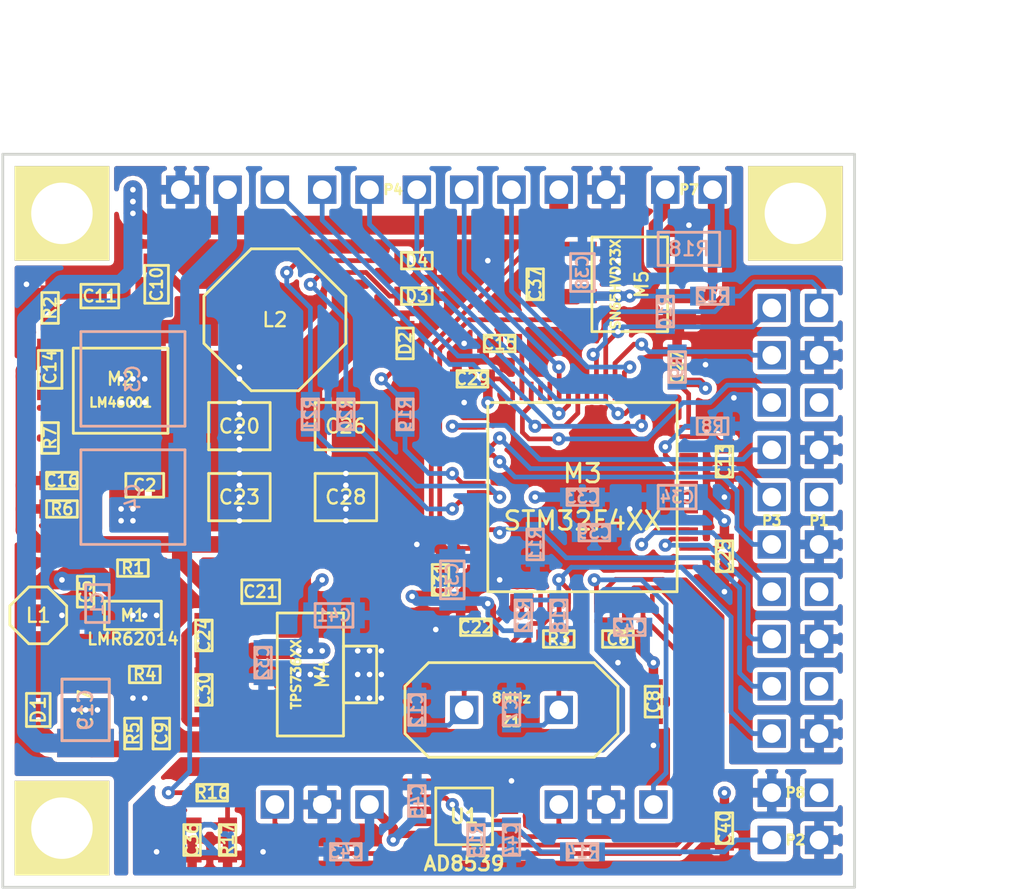
<source format=kicad_pcb>
(kicad_pcb (version 4) (host pcbnew 4.0.1-stable)
  (title_block (title "Phobia Control Board") (date 2016-03-25) (rev 2) (company "Roman Belov"))
  (layers (0 F.Cu signal) (1 In1.Cu signal) (2 In2.Cu signal) (31 B.Cu signal) (34 B.Paste user) (35 F.Paste user) (36 B.SilkS user) (37 F.SilkS user) (38 B.Mask user) (39 F.Mask user) (44 Edge.Cuts user))
  (net 0 "")
  (net 1 +5V)
  (net 2 +36V)
  (net 3 +3.3V)
  (net 4 "Net-(C7-Pad2)")
  (net 5 "Net-(C9-Pad1)")
  (net 6 +12V)
  (net 7 "Net-(C10-Pad1)")
  (net 8 "Net-(C10-Pad2)")
  (net 9 "Net-(C11-Pad1)")
  (net 10 "Net-(C12-Pad2)")
  (net 11 "Net-(C13-Pad1)")
  (net 12 "Net-(C15-Pad1)")
  (net 13 "Net-(C16-Pad2)")
  (net 14 NRST)
  (net 15 "Net-(C30-Pad1)")
  (net 16 ADC_IN0)
  (net 17 "Net-(D1-Pad2)")
  (net 18 "Net-(D2-Pad2)")
  (net 19 "Net-(D3-Pad2)")
  (net 20 "Net-(D4-Pad2)")
  (net 21 "Net-(M1-Pad4)")
  (net 22 "Net-(M2-Pad6)")
  (net 23 "Net-(M2-Pad7)")
  (net 24 "Net-(M2-Pad8)")
  (net 25 "Net-(M2-Pad11)")
  (net 26 "Net-(M3-Pad2)")
  (net 27 "Net-(M3-Pad3)")
  (net 28 "Net-(M3-Pad4)")
  (net 29 "Net-(M3-Pad6)")
  (net 30 "Net-(M3-Pad8)")
  (net 31 "Net-(M3-Pad9)")
  (net 32 ADC_IN1)
  (net 33 ADC_IN2)
  (net 34 "Net-(M3-Pad22)")
  (net 35 "Net-(M3-Pad23)")
  (net 36 LED_RED)
  (net 37 LED_GREEN)
  (net 38 LED_BLUE)
  (net 39 "Net-(M3-Pad27)")
  (net 40 "Net-(M3-Pad28)")
  (net 41 "Net-(M3-Pad29)")
  (net 42 "Net-(M3-Pad30)")
  (net 43 "Net-(M3-Pad33)")
  (net 44 FET_AL)
  (net 45 FET_BL)
  (net 46 FET_CL)
  (net 47 "Net-(M3-Pad40)")
  (net 48 FET_AH)
  (net 49 FET_BH)
  (net 50 FET_CH)
  (net 51 "Net-(M3-Pad44)")
  (net 52 "Net-(M3-Pad45)")
  (net 53 "Net-(M3-Pad50)")
  (net 54 "Net-(M3-Pad54)")
  (net 55 "Net-(M3-Pad58)")
  (net 56 "Net-(M3-Pad59)")
  (net 57 CAN_RX)
  (net 58 CAN_TX)
  (net 59 "Net-(M5-Pad7)")
  (net 60 "Net-(M5-Pad6)")
  (net 61 GND)
  (net 62 "Net-(M3-Pad24)")
  (net 63 "Net-(M3-Pad25)")
  (net 64 "Net-(M3-Pad26)")
  (net 65 ADC_IN3)
  (net 66 "Net-(C36-Pad1)")
  (net 67 "Net-(C44-Pad1)")
  (net 68 ADC_IN13)
  (net 69 HVIN)
  (net 70 ADC_IN12)
  (net 71 "Net-(M3-Pad53)")
  (net 72 EN_A)
  (net 73 EN_B)
  (net 74 USART_TX)
  (net 75 USART_RX)
  (net 76 BOOT)
  (net 77 DAC_OUT1)
  (net 78 DAC_OUT2)
  (net 79 EN_C)
  (net 80 SWDIO)
  (net 81 SWDCLK)
  (module foot:SM1210 (layer F.Cu) (at 101.6 90.17 90)
    (fp_text reference C17 (at 0 0 90) (layer F.SilkS) (effects (font (size 0.762 0.762) (thickness 0.127))))
    (fp_text value 10uF hide)
    (pad 1 smd rect (at -1.778 0 90) (size 1.524 3.048) (layers F.Cu F.Paste F.Mask) (net 6 +12V))
    (pad 2 smd rect (at 1.778 0 90) (size 1.524 3.048) (layers F.Cu F.Paste F.Mask) (net 61 GND))
  )
  (module foot:HTSSOP16 (layer F.Cu) (at 103.48 73.025 180)
    (fp_text reference M2 (at 0 0.635 360) (layer F.SilkS) (effects (font (size 0.70104 0.70104) (thickness 0.12446))))
    (fp_text value LM46001 (at 0 -0.635 360) (layer F.SilkS) (effects (font (size 0.50038 0.50038) (thickness 0.12446))))
    (pad 1 smd rect (at -2.275 2.9 180) (size 0.3 1) (layers F.Cu F.Paste F.Mask) (net 7 "Net-(C10-Pad1)"))
    (pad 2 smd rect (at -1.625 2.9 180) (size 0.3 1) (layers F.Cu F.Paste F.Mask) (net 7 "Net-(C10-Pad1)"))
    (pad 3 smd rect (at -0.975 2.9 180) (size 0.3 1) (layers F.Cu F.Paste F.Mask) (net 8 "Net-(C10-Pad2)"))
    (pad 4 smd rect (at -0.325 2.9 180) (size 0.3 1) (layers F.Cu F.Paste F.Mask) (net 9 "Net-(C11-Pad1)"))
    (pad 5 smd rect (at 0.325 2.9 180) (size 0.3 1) (layers F.Cu F.Paste F.Mask) (net 1 +5V))
    (pad 6 smd rect (at 0.975 2.9 180) (size 0.3 1) (layers F.Cu F.Paste F.Mask) (net 22 "Net-(M2-Pad6)"))
    (pad 7 smd rect (at 1.625 2.9 180) (size 0.3 1) (layers F.Cu F.Paste F.Mask) (net 23 "Net-(M2-Pad7)"))
    (pad 8 smd rect (at 2.275 2.9 180) (size 0.3 1) (layers F.Cu F.Paste F.Mask) (net 24 "Net-(M2-Pad8)"))
    (pad 9 smd rect (at 2.275 -2.9 180) (size 0.3 1) (layers F.Cu F.Paste F.Mask) (net 13 "Net-(C16-Pad2)"))
    (pad 10 smd rect (at 1.625 -2.9 180) (size 0.3 1) (layers F.Cu F.Paste F.Mask) (net 61 GND))
    (pad 11 smd rect (at 0.975 -2.9 180) (size 0.3 1) (layers F.Cu F.Paste F.Mask) (net 25 "Net-(M2-Pad11)"))
    (pad 12 smd rect (at 0.325 -2.9 180) (size 0.3 1) (layers F.Cu F.Paste F.Mask) (net 2 +36V))
    (pad 13 smd rect (at -0.325 -2.9 180) (size 0.3 1) (layers F.Cu F.Paste F.Mask) (net 2 +36V))
    (pad 14 smd rect (at -0.975 -2.9 180) (size 0.3 1) (layers F.Cu F.Paste F.Mask) (net 2 +36V))
    (pad 15 smd rect (at -1.625 -2.9 180) (size 0.3 1) (layers F.Cu F.Paste F.Mask) (net 61 GND))
    (pad 16 smd rect (at -2.275 -2.9 180) (size 0.3 1) (layers F.Cu F.Paste F.Mask) (net 61 GND))
    (pad 17 smd rect (at -0.025 0 180) (size 3.7 2.5) (layers F.Cu F.Paste F.Mask) (net 61 GND))
  )
  (module foot:PAD1 (layer F.Cu) (at 100.33 96.52)
    (fp_text reference PAD1 (at 0 1.27) (layer F.SilkS) (effects (font (size 0.52324 0.52324) (thickness 0.13081))))
    (fp_text value VAL** (at 0 -1.27) (layer F.SilkS) (effects (font (size 0.52324 0.52324) (thickness 0.13081))))
    (pad 1 thru_hole rect (at 0 0) (size 5.08 5.08) (drill 3.3) (layers *.Cu *.Mask F.SilkS))
  )
  (module foot:PAD1 (layer F.Cu) (at 100.33 63.5)
    (fp_text reference PAD1 (at 0 1.27) (layer F.SilkS) (effects (font (size 0.52324 0.52324) (thickness 0.13081))))
    (fp_text value VAL** (at 0 -1.27) (layer F.SilkS) (effects (font (size 0.52324 0.52324) (thickness 0.13081))))
    (pad 1 thru_hole rect (at 0 0) (size 5.08 5.08) (drill 3.3) (layers *.Cu *.Mask F.SilkS))
  )
  (module foot:SM0603 (layer F.Cu) (at 104.775 88.265)
    (fp_text reference R4 (at 0 0) (layer F.SilkS) (effects (font (size 0.635 0.635) (thickness 0.127))))
    (fp_text value 11K hide)
    (pad 1 smd rect (at -0.8255 0) (size 0.762 1.016) (layers F.Cu F.Paste F.Mask) (net 61 GND))
    (pad 2 smd rect (at 0.8255 0) (size 0.762 1.016) (layers F.Cu F.Paste F.Mask) (net 5 "Net-(C9-Pad1)"))
  )
  (module foot:SM0805 (layer B.Cu) (at 102.235 84.455 270)
    (fp_text reference C1 (at 0 0 270) (layer B.SilkS) (effects (font (size 0.635 0.635) (thickness 0.127)) (justify mirror)))
    (fp_text value 4.7uF hide)
    (pad 1 smd rect (at -1.143 0 270) (size 1.016 1.397) (layers B.Cu B.Paste B.Mask) (net 1 +5V))
    (pad 2 smd rect (at 1.143 0 270) (size 1.016 1.397) (layers B.Cu B.Paste B.Mask) (net 61 GND))
  )
  (module foot:SM0805 (layer F.Cu) (at 104.775 78.105)
    (fp_text reference C2 (at 0 0) (layer F.SilkS) (effects (font (size 0.635 0.635) (thickness 0.127))))
    (fp_text value 100nF hide)
    (pad 1 smd rect (at -1.143 0) (size 1.016 1.397) (layers F.Cu F.Paste F.Mask) (net 2 +36V))
    (pad 2 smd rect (at 1.143 0) (size 1.016 1.397) (layers F.Cu F.Paste F.Mask) (net 61 GND))
  )
  (module foot:SM2220 (layer B.Cu) (at 104.14 78.74 180)
    (fp_text reference C4 (at 0 0 450) (layer B.SilkS) (effects (font (size 0.762 0.762) (thickness 0.127)) (justify mirror)))
    (fp_text value 4.7uF hide)
    (pad 1 smd rect (at -3.048 0 180) (size 2.286 5.842) (layers B.Cu B.Paste B.Mask) (net 2 +36V))
    (pad 2 smd rect (at 3.048 0 180) (size 2.286 5.842) (layers B.Cu B.Paste B.Mask) (net 61 GND))
  )
  (module foot:SM0603 (layer F.Cu) (at 101.6 83.82 270)
    (fp_text reference C5 (at 0 0 270) (layer F.SilkS) (effects (font (size 0.635 0.635) (thickness 0.127))))
    (fp_text value 100nF hide)
    (pad 1 smd rect (at -0.8255 0 270) (size 0.762 1.016) (layers F.Cu F.Paste F.Mask) (net 1 +5V))
    (pad 2 smd rect (at 0.8255 0 270) (size 0.762 1.016) (layers F.Cu F.Paste F.Mask) (net 61 GND))
  )
  (module foot:SM0603 (layer F.Cu) (at 130.175 86.36 180)
    (fp_text reference C6 (at 0 0 180) (layer F.SilkS) (effects (font (size 0.635 0.635) (thickness 0.127))))
    (fp_text value 100nF hide)
    (pad 1 smd rect (at -0.8255 0 180) (size 0.762 1.016) (layers F.Cu F.Paste F.Mask) (net 3 +3.3V))
    (pad 2 smd rect (at 0.8255 0 180) (size 0.762 1.016) (layers F.Cu F.Paste F.Mask) (net 61 GND))
  )
  (module foot:SM0603 (layer B.Cu) (at 124.46 90.17 270)
    (fp_text reference C7 (at 0 0 270) (layer B.SilkS) (effects (font (size 0.635 0.635) (thickness 0.127)) (justify mirror)))
    (fp_text value 20pF hide)
    (pad 1 smd rect (at -0.8255 0 270) (size 0.762 1.016) (layers B.Cu B.Paste B.Mask) (net 61 GND))
    (pad 2 smd rect (at 0.8255 0 270) (size 0.762 1.016) (layers B.Cu B.Paste B.Mask) (net 4 "Net-(C7-Pad2)"))
  )
  (module foot:SM0603 (layer F.Cu) (at 132.08 89.7255 270)
    (fp_text reference C8 (at 0 0 270) (layer F.SilkS) (effects (font (size 0.635 0.635) (thickness 0.127))))
    (fp_text value 10nF hide)
    (pad 1 smd rect (at -0.8255 0 270) (size 0.762 1.016) (layers F.Cu F.Paste F.Mask) (net 3 +3.3V))
    (pad 2 smd rect (at 0.8255 0 270) (size 0.762 1.016) (layers F.Cu F.Paste F.Mask) (net 61 GND))
  )
  (module foot:SM0603 (layer F.Cu) (at 105.664 91.44 270)
    (fp_text reference C9 (at 0 0 270) (layer F.SilkS) (effects (font (size 0.635 0.635) (thickness 0.127))))
    (fp_text value 220pF hide)
    (pad 1 smd rect (at -0.8255 0 270) (size 0.762 1.016) (layers F.Cu F.Paste F.Mask) (net 5 "Net-(C9-Pad1)"))
    (pad 2 smd rect (at 0.8255 0 270) (size 0.762 1.016) (layers F.Cu F.Paste F.Mask) (net 6 +12V))
  )
  (module foot:SM0805 (layer F.Cu) (at 105.41 67.31 270)
    (fp_text reference C10 (at 0 0 270) (layer F.SilkS) (effects (font (size 0.635 0.635) (thickness 0.127))))
    (fp_text value 1uF hide)
    (pad 1 smd rect (at -1.143 0 270) (size 1.016 1.397) (layers F.Cu F.Paste F.Mask) (net 7 "Net-(C10-Pad1)"))
    (pad 2 smd rect (at 1.143 0 270) (size 1.016 1.397) (layers F.Cu F.Paste F.Mask) (net 8 "Net-(C10-Pad2)"))
  )
  (module foot:SM0805 (layer F.Cu) (at 102.362 67.945 180)
    (fp_text reference C11 (at 0 0 180) (layer F.SilkS) (effects (font (size 0.635 0.635) (thickness 0.127))))
    (fp_text value 4.7uF hide)
    (pad 1 smd rect (at -1.143 0 180) (size 1.016 1.397) (layers F.Cu F.Paste F.Mask) (net 9 "Net-(C11-Pad1)"))
    (pad 2 smd rect (at 1.143 0 180) (size 1.016 1.397) (layers F.Cu F.Paste F.Mask) (net 61 GND))
  )
  (module foot:SM0603 (layer B.Cu) (at 119.38 90.17 270)
    (fp_text reference C12 (at 0 0 270) (layer B.SilkS) (effects (font (size 0.635 0.635) (thickness 0.127)) (justify mirror)))
    (fp_text value 20pF hide)
    (pad 1 smd rect (at -0.8255 0 270) (size 0.762 1.016) (layers B.Cu B.Paste B.Mask) (net 61 GND))
    (pad 2 smd rect (at 0.8255 0 270) (size 0.762 1.016) (layers B.Cu B.Paste B.Mask) (net 10 "Net-(C12-Pad2)"))
  )
  (module foot:SM0603 (layer F.Cu) (at 135.89 76.835 270)
    (fp_text reference C13 (at 0 0 270) (layer F.SilkS) (effects (font (size 0.635 0.635) (thickness 0.127))))
    (fp_text value 100nF hide)
    (pad 1 smd rect (at -0.8255 0 270) (size 0.762 1.016) (layers F.Cu F.Paste F.Mask) (net 11 "Net-(C13-Pad1)"))
    (pad 2 smd rect (at 0.8255 0 270) (size 0.762 1.016) (layers F.Cu F.Paste F.Mask) (net 61 GND))
  )
  (module foot:SM0805 (layer F.Cu) (at 99.695 71.882 270)
    (fp_text reference C14 (at -0.127 0 270) (layer F.SilkS) (effects (font (size 0.635 0.635) (thickness 0.127))))
    (fp_text value 1uF hide)
    (pad 1 smd rect (at -1.143 0 270) (size 1.016 1.397) (layers F.Cu F.Paste F.Mask) (net 1 +5V))
    (pad 2 smd rect (at 1.143 0 270) (size 1.016 1.397) (layers F.Cu F.Paste F.Mask) (net 61 GND))
  )
  (module foot:SM0603 (layer F.Cu) (at 123.825 70.485 180)
    (fp_text reference C15 (at 0 0 180) (layer F.SilkS) (effects (font (size 0.635 0.635) (thickness 0.127))))
    (fp_text value 100nF hide)
    (pad 1 smd rect (at -0.8255 0 180) (size 0.762 1.016) (layers F.Cu F.Paste F.Mask) (net 12 "Net-(C15-Pad1)"))
    (pad 2 smd rect (at 0.8255 0 180) (size 0.762 1.016) (layers F.Cu F.Paste F.Mask) (net 61 GND))
  )
  (module foot:SM0603 (layer F.Cu) (at 100.33 77.851)
    (fp_text reference C16 (at 0 0 180) (layer F.SilkS) (effects (font (size 0.635 0.635) (thickness 0.127))))
    (fp_text value 220pF hide)
    (pad 1 smd rect (at -0.8255 0) (size 0.762 1.016) (layers F.Cu F.Paste F.Mask) (net 1 +5V))
    (pad 2 smd rect (at 0.8255 0) (size 0.762 1.016) (layers F.Cu F.Paste F.Mask) (net 13 "Net-(C16-Pad2)"))
  )
  (module foot:SM0603 (layer B.Cu) (at 127 85.09 90)
    (fp_text reference C18 (at 0 0 90) (layer B.SilkS) (effects (font (size 0.635 0.635) (thickness 0.127)) (justify mirror)))
    (fp_text value 10nF hide)
    (pad 1 smd rect (at -0.8255 0 90) (size 0.762 1.016) (layers B.Cu B.Paste B.Mask) (net 61 GND))
    (pad 2 smd rect (at 0.8255 0 90) (size 0.762 1.016) (layers B.Cu B.Paste B.Mask) (net 14 NRST))
  )
  (module foot:SM1210 (layer F.Cu) (at 109.855 74.93 180)
    (fp_text reference C20 (at 0 0 180) (layer F.SilkS) (effects (font (size 0.762 0.762) (thickness 0.127))))
    (fp_text value 47uF hide)
    (pad 1 smd rect (at -1.778 0 180) (size 1.524 3.048) (layers F.Cu F.Paste F.Mask) (net 1 +5V))
    (pad 2 smd rect (at 1.778 0 180) (size 1.524 3.048) (layers F.Cu F.Paste F.Mask) (net 61 GND))
  )
  (module foot:SM0805 (layer F.Cu) (at 110.998 83.82)
    (fp_text reference C21 (at 0 0) (layer F.SilkS) (effects (font (size 0.635 0.635) (thickness 0.127))))
    (fp_text value 4.7uF hide)
    (pad 1 smd rect (at -1.143 0) (size 1.016 1.397) (layers F.Cu F.Paste F.Mask) (net 1 +5V))
    (pad 2 smd rect (at 1.143 0) (size 1.016 1.397) (layers F.Cu F.Paste F.Mask) (net 61 GND))
  )
  (module foot:SM0603 (layer F.Cu) (at 122.555 85.725 180)
    (fp_text reference C22 (at 0 0 180) (layer F.SilkS) (effects (font (size 0.635 0.635) (thickness 0.127))))
    (fp_text value 100nF hide)
    (pad 1 smd rect (at -0.8255 0 180) (size 0.762 1.016) (layers F.Cu F.Paste F.Mask) (net 3 +3.3V))
    (pad 2 smd rect (at 0.8255 0 180) (size 0.762 1.016) (layers F.Cu F.Paste F.Mask) (net 61 GND))
  )
  (module foot:SM1210 (layer F.Cu) (at 109.855 78.74 180)
    (fp_text reference C23 (at 0 0 180) (layer F.SilkS) (effects (font (size 0.762 0.762) (thickness 0.127))))
    (fp_text value 47uF hide)
    (pad 1 smd rect (at -1.778 0 180) (size 1.524 3.048) (layers F.Cu F.Paste F.Mask) (net 1 +5V))
    (pad 2 smd rect (at 1.778 0 180) (size 1.524 3.048) (layers F.Cu F.Paste F.Mask) (net 61 GND))
  )
  (module foot:SM0603 (layer F.Cu) (at 107.95 86.1695 270)
    (fp_text reference C24 (at 0 0 270) (layer F.SilkS) (effects (font (size 0.635 0.635) (thickness 0.127))))
    (fp_text value 100nF hide)
    (pad 1 smd rect (at -0.8255 0 270) (size 0.762 1.016) (layers F.Cu F.Paste F.Mask) (net 1 +5V))
    (pad 2 smd rect (at 0.8255 0 270) (size 0.762 1.016) (layers F.Cu F.Paste F.Mask) (net 61 GND))
  )
  (module foot:SM0603 (layer F.Cu) (at 135.89 81.915 270)
    (fp_text reference C25 (at 0 0 270) (layer F.SilkS) (effects (font (size 0.635 0.635) (thickness 0.127))))
    (fp_text value 100nF hide)
    (pad 1 smd rect (at -0.8255 0 270) (size 0.762 1.016) (layers F.Cu F.Paste F.Mask) (net 3 +3.3V))
    (pad 2 smd rect (at 0.8255 0 270) (size 0.762 1.016) (layers F.Cu F.Paste F.Mask) (net 61 GND))
  )
  (module foot:SM1210 (layer F.Cu) (at 115.57 74.93)
    (fp_text reference C26 (at 0 0) (layer F.SilkS) (effects (font (size 0.762 0.762) (thickness 0.127))))
    (fp_text value 47uF hide)
    (pad 1 smd rect (at -1.778 0) (size 1.524 3.048) (layers F.Cu F.Paste F.Mask) (net 1 +5V))
    (pad 2 smd rect (at 1.778 0) (size 1.524 3.048) (layers F.Cu F.Paste F.Mask) (net 61 GND))
  )
  (module foot:SM0603 (layer F.Cu) (at 133.35 71.755 90)
    (fp_text reference C27 (at 0 0 90) (layer F.SilkS) (effects (font (size 0.635 0.635) (thickness 0.127))))
    (fp_text value 100nF hide)
    (pad 1 smd rect (at -0.8255 0 90) (size 0.762 1.016) (layers F.Cu F.Paste F.Mask) (net 3 +3.3V))
    (pad 2 smd rect (at 0.8255 0 90) (size 0.762 1.016) (layers F.Cu F.Paste F.Mask) (net 61 GND))
  )
  (module foot:SM0603 (layer F.Cu) (at 122.3645 72.39 180)
    (fp_text reference C29 (at 0 0 180) (layer F.SilkS) (effects (font (size 0.635 0.635) (thickness 0.127))))
    (fp_text value 100nF hide)
    (pad 1 smd rect (at -0.8255 0 180) (size 0.762 1.016) (layers F.Cu F.Paste F.Mask) (net 3 +3.3V))
    (pad 2 smd rect (at 0.8255 0 180) (size 0.762 1.016) (layers F.Cu F.Paste F.Mask) (net 61 GND))
  )
  (module foot:SM0603 (layer F.Cu) (at 107.95 89.0905 90)
    (fp_text reference C30 (at 0 0 90) (layer F.SilkS) (effects (font (size 0.635 0.635) (thickness 0.127))))
    (fp_text value 100nF hide)
    (pad 1 smd rect (at -0.8255 0 90) (size 0.762 1.016) (layers F.Cu F.Paste F.Mask) (net 15 "Net-(C30-Pad1)"))
    (pad 2 smd rect (at 0.8255 0 90) (size 0.762 1.016) (layers F.Cu F.Paste F.Mask) (net 61 GND))
  )
  (module foot:SM0603 (layer F.Cu) (at 120.65 83.185 90)
    (fp_text reference C31 (at 0 0 90) (layer F.SilkS) (effects (font (size 0.635 0.635) (thickness 0.127))))
    (fp_text value 100nF hide)
    (pad 1 smd rect (at -0.8255 0 90) (size 0.762 1.016) (layers F.Cu F.Paste F.Mask) (net 3 +3.3V))
    (pad 2 smd rect (at 0.8255 0 90) (size 0.762 1.016) (layers F.Cu F.Paste F.Mask) (net 61 GND))
  )
  (module foot:SM0603 (layer B.Cu) (at 111.125 87.63 270)
    (fp_text reference C32 (at 0 0 270) (layer B.SilkS) (effects (font (size 0.635 0.635) (thickness 0.127)) (justify mirror)))
    (fp_text value 100nF hide)
    (pad 1 smd rect (at -0.8255 0 270) (size 0.762 1.016) (layers B.Cu B.Paste B.Mask) (net 3 +3.3V))
    (pad 2 smd rect (at 0.8255 0 270) (size 0.762 1.016) (layers B.Cu B.Paste B.Mask) (net 61 GND))
  )
  (module foot:SM0603 (layer B.Cu) (at 128.27 78.74)
    (fp_text reference C33 (at 0 0) (layer B.SilkS) (effects (font (size 0.635 0.635) (thickness 0.127)) (justify mirror)))
    (fp_text value 100nF hide)
    (pad 1 smd rect (at -0.8255 0) (size 0.762 1.016) (layers B.Cu B.Paste B.Mask) (net 3 +3.3V))
    (pad 2 smd rect (at 0.8255 0) (size 0.762 1.016) (layers B.Cu B.Paste B.Mask) (net 61 GND))
  )
  (module foot:SM0805 (layer B.Cu) (at 133.35 78.74 180)
    (fp_text reference C34 (at 0 0 180) (layer B.SilkS) (effects (font (size 0.635 0.635) (thickness 0.127)) (justify mirror)))
    (fp_text value 4.7uF hide)
    (pad 1 smd rect (at -1.143 0 180) (size 1.016 1.397) (layers B.Cu B.Paste B.Mask) (net 3 +3.3V))
    (pad 2 smd rect (at 1.143 0 180) (size 1.016 1.397) (layers B.Cu B.Paste B.Mask) (net 61 GND))
  )
  (module foot:SM0805 (layer B.Cu) (at 121.285 83.185 90)
    (fp_text reference C35 (at 0 0 90) (layer B.SilkS) (effects (font (size 0.635 0.635) (thickness 0.127)) (justify mirror)))
    (fp_text value 4.7uF hide)
    (pad 1 smd rect (at -1.143 0 90) (size 1.016 1.397) (layers B.Cu B.Paste B.Mask) (net 3 +3.3V))
    (pad 2 smd rect (at 1.143 0 90) (size 1.016 1.397) (layers B.Cu B.Paste B.Mask) (net 61 GND))
  )
  (module foot:SM0603 (layer F.Cu) (at 107.315 97.155 270)
    (fp_text reference C36 (at 0 0 270) (layer F.SilkS) (effects (font (size 0.635 0.635) (thickness 0.127))))
    (fp_text value 120pF hide)
    (pad 1 smd rect (at -0.8255 0 270) (size 0.762 1.016) (layers F.Cu F.Paste F.Mask) (net 66 "Net-(C36-Pad1)"))
    (pad 2 smd rect (at 0.8255 0 270) (size 0.762 1.016) (layers F.Cu F.Paste F.Mask) (net 61 GND))
  )
  (module foot:SM0603 (layer F.Cu) (at 125.73 67.31 270)
    (fp_text reference C37 (at 0 0 270) (layer F.SilkS) (effects (font (size 0.635 0.635) (thickness 0.127))))
    (fp_text value 100nF hide)
    (pad 1 smd rect (at -0.8255 0 270) (size 0.762 1.016) (layers F.Cu F.Paste F.Mask) (net 61 GND))
    (pad 2 smd rect (at 0.8255 0 270) (size 0.762 1.016) (layers F.Cu F.Paste F.Mask) (net 3 +3.3V))
  )
  (module foot:SM0805 (layer B.Cu) (at 128.27 66.675 270)
    (fp_text reference C38 (at 0 0 270) (layer B.SilkS) (effects (font (size 0.635 0.635) (thickness 0.127)) (justify mirror)))
    (fp_text value 1uF hide)
    (pad 1 smd rect (at -1.143 0 270) (size 1.016 1.397) (layers B.Cu B.Paste B.Mask) (net 61 GND))
    (pad 2 smd rect (at 1.143 0 270) (size 1.016 1.397) (layers B.Cu B.Paste B.Mask) (net 3 +3.3V))
  )
  (module foot:SOD-232 (layer F.Cu) (at 99.06 90.17 90)
    (fp_text reference D1 (at 0 0 90) (layer F.SilkS) (effects (font (size 0.762 0.762) (thickness 0.127))))
    (fp_text value NSR0320 hide)
    (pad 1 smd rect (at -1.143 0 90) (size 0.635 0.889) (layers F.Cu F.Paste F.Mask) (net 6 +12V))
    (pad 2 smd rect (at 1.143 0 90) (size 0.635 0.889) (layers F.Cu F.Paste F.Mask) (net 17 "Net-(D1-Pad2)"))
  )
  (module foot:SM0603 (layer F.Cu) (at 118.745 70.485 270)
    (fp_text reference D2 (at 0 0 270) (layer F.SilkS) (effects (font (size 0.635 0.635) (thickness 0.127))))
    (fp_text value RED hide)
    (pad 1 smd rect (at -0.8255 0 270) (size 0.762 1.016) (layers F.Cu F.Paste F.Mask) (net 61 GND))
    (pad 2 smd rect (at 0.8255 0 270) (size 0.762 1.016) (layers F.Cu F.Paste F.Mask) (net 18 "Net-(D2-Pad2)"))
  )
  (module foot:SM0603 (layer F.Cu) (at 119.38 67.945 180)
    (fp_text reference D3 (at 0 0 180) (layer F.SilkS) (effects (font (size 0.635 0.635) (thickness 0.127))))
    (fp_text value GREEN hide)
    (pad 1 smd rect (at -0.8255 0 180) (size 0.762 1.016) (layers F.Cu F.Paste F.Mask) (net 61 GND))
    (pad 2 smd rect (at 0.8255 0 180) (size 0.762 1.016) (layers F.Cu F.Paste F.Mask) (net 19 "Net-(D3-Pad2)"))
  )
  (module foot:SM0603 (layer F.Cu) (at 119.38 66.04 180)
    (fp_text reference D4 (at 0 0 180) (layer F.SilkS) (effects (font (size 0.635 0.635) (thickness 0.127))))
    (fp_text value BLUE hide)
    (pad 1 smd rect (at -0.8255 0 180) (size 0.762 1.016) (layers F.Cu F.Paste F.Mask) (net 61 GND))
    (pad 2 smd rect (at 0.8255 0 180) (size 0.762 1.016) (layers F.Cu F.Paste F.Mask) (net 20 "Net-(D4-Pad2)"))
  )
  (module foot:COIL3 (layer F.Cu) (at 99.06 85.09 270)
    (fp_text reference L1 (at 0 0 360) (layer F.SilkS) (effects (font (size 0.762 0.762) (thickness 0.127))))
    (fp_text value 10uH hide)
    (pad 1 smd rect (at -1.5 0 270) (size 1.3 1.3) (layers F.Cu F.Paste F.Mask) (net 1 +5V))
    (pad 2 smd rect (at 1.5 0 270) (size 1.3 1.3) (layers F.Cu F.Paste F.Mask) (net 17 "Net-(D1-Pad2)"))
  )
  (module foot:COIL8 (layer F.Cu) (at 111.76 69.215)
    (fp_text reference L2 (at 0 0 180) (layer F.SilkS) (effects (font (size 0.762 0.762) (thickness 0.127))))
    (fp_text value 22uH hide)
    (pad 1 smd rect (at -4.05 0) (size 2 2.8) (layers F.Cu F.Paste F.Mask) (net 7 "Net-(C10-Pad1)"))
    (pad 2 smd rect (at 4.05 0) (size 2 2.8) (layers F.Cu F.Paste F.Mask) (net 1 +5V))
  )
  (module foot:SOT23-5 (layer F.Cu) (at 104.14 85.09)
    (fp_text reference M1 (at 0 0) (layer F.SilkS) (effects (font (size 0.635 0.635) (thickness 0.127))))
    (fp_text value LMR62014 (at 0 1.27) (layer F.SilkS) (effects (font (size 0.635 0.635) (thickness 0.127))))
    (pad 1 smd rect (at -0.9525 1.27) (size 0.508 0.762) (layers F.Cu F.Paste F.Mask) (net 17 "Net-(D1-Pad2)"))
    (pad 3 smd rect (at 0.9525 1.27) (size 0.508 0.762) (layers F.Cu F.Paste F.Mask) (net 5 "Net-(C9-Pad1)"))
    (pad 5 smd rect (at -0.9525 -1.27) (size 0.508 0.762) (layers F.Cu F.Paste F.Mask) (net 1 +5V))
    (pad 2 smd rect (at 0 1.27) (size 0.508 0.762) (layers F.Cu F.Paste F.Mask) (net 61 GND))
    (pad 4 smd rect (at 0.9525 -1.27) (size 0.508 0.762) (layers F.Cu F.Paste F.Mask) (net 21 "Net-(M1-Pad4)"))
  )
  (module foot:LQFP-64 (layer F.Cu) (at 128.27 78.74 90)
    (fp_text reference M3 (at 1.27 0 180) (layer F.SilkS))
    (fp_text value STM32F4XX (at -1.27 0 180) (layer F.SilkS))
    (pad 1 smd rect (at -5.7 -3.75 90) (size 1 0.25) (layers F.Cu F.Paste F.Mask) (net 3 +3.3V))
    (pad 2 smd rect (at -5.7 -3.25 90) (size 1 0.25) (layers F.Cu F.Paste F.Mask) (net 26 "Net-(M3-Pad2)"))
    (pad 3 smd rect (at -5.7 -2.75 90) (size 1 0.25) (layers F.Cu F.Paste F.Mask) (net 27 "Net-(M3-Pad3)"))
    (pad 4 smd rect (at -5.7 -2.25 90) (size 1 0.25) (layers F.Cu F.Paste F.Mask) (net 28 "Net-(M3-Pad4)"))
    (pad 5 smd rect (at -5.7 -1.75 90) (size 1 0.25) (layers F.Cu F.Paste F.Mask) (net 10 "Net-(C12-Pad2)"))
    (pad 6 smd rect (at -5.7 -1.25 90) (size 1 0.25) (layers F.Cu F.Paste F.Mask) (net 29 "Net-(M3-Pad6)"))
    (pad 7 smd rect (at -5.7 -0.75 90) (size 1 0.25) (layers F.Cu F.Paste F.Mask) (net 14 NRST))
    (pad 8 smd rect (at -5.7 -0.25 90) (size 1 0.25) (layers F.Cu F.Paste F.Mask) (net 30 "Net-(M3-Pad8)"))
    (pad 9 smd rect (at -5.7 0.25 90) (size 1 0.25) (layers F.Cu F.Paste F.Mask) (net 31 "Net-(M3-Pad9)"))
    (pad 10 smd rect (at -5.7 0.75 90) (size 1 0.25) (layers F.Cu F.Paste F.Mask) (net 70 ADC_IN12))
    (pad 11 smd rect (at -5.7 1.25 90) (size 1 0.25) (layers F.Cu F.Paste F.Mask) (net 68 ADC_IN13))
    (pad 12 smd rect (at -5.7 1.75 90) (size 1 0.25) (layers F.Cu F.Paste F.Mask) (net 61 GND))
    (pad 13 smd rect (at -5.7 2.25 90) (size 1 0.25) (layers F.Cu F.Paste F.Mask) (net 3 +3.3V))
    (pad 14 smd rect (at -5.7 2.75 90) (size 1 0.25) (layers F.Cu F.Paste F.Mask) (net 16 ADC_IN0))
    (pad 15 smd rect (at -5.7 3.25 90) (size 1 0.25) (layers F.Cu F.Paste F.Mask) (net 32 ADC_IN1))
    (pad 16 smd rect (at -5.7 3.75 90) (size 1 0.25) (layers F.Cu F.Paste F.Mask) (net 33 ADC_IN2))
    (pad 17 smd rect (at -3.75 5.7 180) (size 1 0.25) (layers F.Cu F.Paste F.Mask) (net 65 ADC_IN3))
    (pad 18 smd rect (at -3.25 5.7 180) (size 1 0.25) (layers F.Cu F.Paste F.Mask) (net 61 GND))
    (pad 19 smd rect (at -2.75 5.7 180) (size 1 0.25) (layers F.Cu F.Paste F.Mask) (net 3 +3.3V))
    (pad 20 smd rect (at -2.25 5.7 180) (size 1 0.25) (layers F.Cu F.Paste F.Mask) (net 77 DAC_OUT1))
    (pad 21 smd rect (at -1.75 5.7 180) (size 1 0.25) (layers F.Cu F.Paste F.Mask) (net 78 DAC_OUT2))
    (pad 22 smd rect (at -1.25 5.7 180) (size 1 0.25) (layers F.Cu F.Paste F.Mask) (net 34 "Net-(M3-Pad22)"))
    (pad 23 smd rect (at -0.75 5.7 180) (size 1 0.25) (layers F.Cu F.Paste F.Mask) (net 35 "Net-(M3-Pad23)"))
    (pad 24 smd rect (at -0.25 5.7 180) (size 1 0.25) (layers F.Cu F.Paste F.Mask) (net 62 "Net-(M3-Pad24)"))
    (pad 25 smd rect (at 0.25 5.7 180) (size 1 0.25) (layers F.Cu F.Paste F.Mask) (net 63 "Net-(M3-Pad25)"))
    (pad 26 smd rect (at 0.75 5.7 180) (size 1 0.25) (layers F.Cu F.Paste F.Mask) (net 64 "Net-(M3-Pad26)"))
    (pad 27 smd rect (at 1.25 5.7 180) (size 1 0.25) (layers F.Cu F.Paste F.Mask) (net 39 "Net-(M3-Pad27)"))
    (pad 28 smd rect (at 1.75 5.7 180) (size 1 0.25) (layers F.Cu F.Paste F.Mask) (net 40 "Net-(M3-Pad28)"))
    (pad 29 smd rect (at 2.25 5.7 180) (size 1 0.25) (layers F.Cu F.Paste F.Mask) (net 41 "Net-(M3-Pad29)"))
    (pad 30 smd rect (at 2.75 5.7 180) (size 1 0.25) (layers F.Cu F.Paste F.Mask) (net 42 "Net-(M3-Pad30)"))
    (pad 31 smd rect (at 3.25 5.7 180) (size 1 0.25) (layers F.Cu F.Paste F.Mask) (net 11 "Net-(C13-Pad1)"))
    (pad 32 smd rect (at 3.75 5.7 180) (size 1 0.25) (layers F.Cu F.Paste F.Mask) (net 3 +3.3V))
    (pad 33 smd rect (at 5.7 3.75 90) (size 1 0.25) (layers F.Cu F.Paste F.Mask) (net 43 "Net-(M3-Pad33)"))
    (pad 34 smd rect (at 5.7 3.25 90) (size 1 0.25) (layers F.Cu F.Paste F.Mask) (net 44 FET_AL))
    (pad 35 smd rect (at 5.7 2.75 90) (size 1 0.25) (layers F.Cu F.Paste F.Mask) (net 45 FET_BL))
    (pad 36 smd rect (at 5.7 2.25 90) (size 1 0.25) (layers F.Cu F.Paste F.Mask) (net 46 FET_CL))
    (pad 37 smd rect (at 5.7 1.75 90) (size 1 0.25) (layers F.Cu F.Paste F.Mask) (net 72 EN_A))
    (pad 38 smd rect (at 5.7 1.25 90) (size 1 0.25) (layers F.Cu F.Paste F.Mask) (net 73 EN_B))
    (pad 39 smd rect (at 5.7 0.75 90) (size 1 0.25) (layers F.Cu F.Paste F.Mask) (net 79 EN_C))
    (pad 40 smd rect (at 5.7 0.25 90) (size 1 0.25) (layers F.Cu F.Paste F.Mask) (net 47 "Net-(M3-Pad40)"))
    (pad 41 smd rect (at 5.7 -0.25 90) (size 1 0.25) (layers F.Cu F.Paste F.Mask) (net 48 FET_AH))
    (pad 42 smd rect (at 5.7 -0.75 90) (size 1 0.25) (layers F.Cu F.Paste F.Mask) (net 49 FET_BH))
    (pad 43 smd rect (at 5.7 -1.25 90) (size 1 0.25) (layers F.Cu F.Paste F.Mask) (net 50 FET_CH))
    (pad 44 smd rect (at 5.7 -1.75 90) (size 1 0.25) (layers F.Cu F.Paste F.Mask) (net 51 "Net-(M3-Pad44)"))
    (pad 45 smd rect (at 5.7 -2.25 90) (size 1 0.25) (layers F.Cu F.Paste F.Mask) (net 52 "Net-(M3-Pad45)"))
    (pad 46 smd rect (at 5.7 -2.75 90) (size 1 0.25) (layers F.Cu F.Paste F.Mask) (net 80 SWDIO))
    (pad 47 smd rect (at 5.7 -3.25 90) (size 1 0.25) (layers F.Cu F.Paste F.Mask) (net 12 "Net-(C15-Pad1)"))
    (pad 48 smd rect (at 5.7 -3.75 90) (size 1 0.25) (layers F.Cu F.Paste F.Mask) (net 3 +3.3V))
    (pad 49 smd rect (at 3.75 -5.7 180) (size 1 0.25) (layers F.Cu F.Paste F.Mask) (net 81 SWDCLK))
    (pad 50 smd rect (at 3.25 -5.7 180) (size 1 0.25) (layers F.Cu F.Paste F.Mask) (net 53 "Net-(M3-Pad50)"))
    (pad 51 smd rect (at 2.75 -5.7 180) (size 1 0.25) (layers F.Cu F.Paste F.Mask) (net 74 USART_TX))
    (pad 52 smd rect (at 2.25 -5.7 180) (size 1 0.25) (layers F.Cu F.Paste F.Mask) (net 75 USART_RX))
    (pad 53 smd rect (at 1.75 -5.7 180) (size 1 0.25) (layers F.Cu F.Paste F.Mask) (net 71 "Net-(M3-Pad53)"))
    (pad 54 smd rect (at 1.25 -5.7 180) (size 1 0.25) (layers F.Cu F.Paste F.Mask) (net 54 "Net-(M3-Pad54)"))
    (pad 55 smd rect (at 0.75 -5.7 180) (size 1 0.25) (layers F.Cu F.Paste F.Mask) (net 36 LED_RED))
    (pad 56 smd rect (at 0.25 -5.7 180) (size 1 0.25) (layers F.Cu F.Paste F.Mask) (net 37 LED_GREEN))
    (pad 57 smd rect (at -0.25 -5.7 180) (size 1 0.25) (layers F.Cu F.Paste F.Mask) (net 38 LED_BLUE))
    (pad 58 smd rect (at -0.75 -5.7 180) (size 1 0.25) (layers F.Cu F.Paste F.Mask) (net 55 "Net-(M3-Pad58)"))
    (pad 59 smd rect (at -1.25 -5.7 180) (size 1 0.25) (layers F.Cu F.Paste F.Mask) (net 56 "Net-(M3-Pad59)"))
    (pad 60 smd rect (at -1.75 -5.7 180) (size 1 0.25) (layers F.Cu F.Paste F.Mask) (net 76 BOOT))
    (pad 61 smd rect (at -2.25 -5.7 180) (size 1 0.25) (layers F.Cu F.Paste F.Mask) (net 57 CAN_RX))
    (pad 62 smd rect (at -2.75 -5.7 180) (size 1 0.25) (layers F.Cu F.Paste F.Mask) (net 58 CAN_TX))
    (pad 63 smd rect (at -3.25 -5.7 180) (size 1 0.25) (layers F.Cu F.Paste F.Mask) (net 61 GND))
    (pad 64 smd rect (at -3.75 -5.7 180) (size 1 0.25) (layers F.Cu F.Paste F.Mask) (net 3 +3.3V))
  )
  (module foot:SOT223 (layer F.Cu) (at 113.665 88.265 270)
    (fp_text reference M4 (at 0 -0.635 270) (layer F.SilkS) (effects (font (size 0.70104 0.70104) (thickness 0.12446))))
    (fp_text value TPS736XX (at 0 0.762 270) (layer F.SilkS) (effects (font (size 0.50038 0.50038) (thickness 0.12446))))
    (pad 1 smd rect (at -2.54 3.1 270) (size 0.6 2.2) (layers F.Cu F.Paste F.Mask) (net 1 +5V))
    (pad 6 smd rect (at 0 -3.1 270) (size 3.5 2.2) (layers F.Cu F.Paste F.Mask) (net 61 GND))
    (pad 5 smd rect (at 2.54 3.1 270) (size 0.6 2.2) (layers F.Cu F.Paste F.Mask) (net 1 +5V))
    (pad 2 smd rect (at -1.27 3.1 270) (size 0.6 2.2) (layers F.Cu F.Paste F.Mask) (net 3 +3.3V))
    (pad 3 smd rect (at 0 3.1 270) (size 0.6 2.2) (layers F.Cu F.Paste F.Mask) (net 61 GND))
    (pad 4 smd rect (at 1.27 3.1 270) (size 0.6 2.2) (layers F.Cu F.Paste F.Mask) (net 15 "Net-(C30-Pad1)"))
  )
  (module foot:SO8 (layer F.Cu) (at 130.81 67.31 270)
    (fp_text reference M5 (at 0 -0.635 270) (layer F.SilkS) (effects (font (size 0.70104 0.70104) (thickness 0.12446))))
    (fp_text value SN65HVD23X (at 0 0.762 270) (layer F.SilkS) (effects (font (size 0.50038 0.50038) (thickness 0.12446))))
    (pad 8 smd rect (at -1.905 -2.667 270) (size 0.762 1.778) (layers F.Cu F.Paste F.Mask) (net 61 GND))
    (pad 1 smd rect (at -1.905 2.667 270) (size 0.762 1.778) (layers F.Cu F.Paste F.Mask) (net 58 CAN_TX))
    (pad 7 smd rect (at -0.635 -2.667 270) (size 0.762 1.778) (layers F.Cu F.Paste F.Mask) (net 59 "Net-(M5-Pad7)"))
    (pad 6 smd rect (at 0.635 -2.667 270) (size 0.762 1.778) (layers F.Cu F.Paste F.Mask) (net 60 "Net-(M5-Pad6)"))
    (pad 5 smd rect (at 1.905 -2.667 270) (size 0.762 1.778) (layers F.Cu F.Paste F.Mask) (net 61 GND))
    (pad 2 smd rect (at -0.635 2.667 270) (size 0.762 1.778) (layers F.Cu F.Paste F.Mask) (net 61 GND))
    (pad 3 smd rect (at 0.635 2.667 270) (size 0.762 1.778) (layers F.Cu F.Paste F.Mask) (net 3 +3.3V))
    (pad 4 smd rect (at 1.905 2.667 270) (size 0.762 1.778) (layers F.Cu F.Paste F.Mask) (net 57 CAN_RX))
  )
  (module foot:PLS10 (layer F.Cu) (at 118.11 62.23)
    (fp_text reference P4 (at 0 0) (layer F.SilkS) (effects (font (size 0.52324 0.52324) (thickness 0.13081))))
    (fp_text value POWER/FETS hide)
    (pad 10 thru_hole rect (at 11.43 0) (size 1.524 1.524) (drill 1) (layers *.Cu *.Mask) (net 61 GND))
    (pad 9 thru_hole rect (at 8.89 0) (size 1.524 1.524) (drill 1) (layers *.Cu *.Mask) (net 6 +12V))
    (pad 6 thru_hole rect (at 1.27 0) (size 1.524 1.524) (drill 1) (layers *.Cu *.Mask) (net 45 FET_BL))
    (pad 7 thru_hole rect (at 3.81 0) (size 1.524 1.524) (drill 1) (layers *.Cu *.Mask) (net 50 FET_CH))
    (pad 5 thru_hole rect (at -1.27 0) (size 1.524 1.524) (drill 1) (layers *.Cu *.Mask) (net 49 FET_BH))
    (pad 8 thru_hole rect (at 6.35 0) (size 1.524 1.524) (drill 1) (layers *.Cu *.Mask) (net 46 FET_CL))
    (pad 4 thru_hole rect (at -3.81 0) (size 1.524 1.524) (drill 1) (layers *.Cu *.Mask) (net 44 FET_AL))
    (pad 1 thru_hole rect (at -11.43 0) (size 1.524 1.524) (drill 1) (layers *.Cu *.Mask) (net 61 GND))
    (pad 3 thru_hole rect (at -6.35 0) (size 1.524 1.524) (drill 1) (layers *.Cu *.Mask) (net 48 FET_AH))
    (pad 2 thru_hole rect (at -8.89 0) (size 1.524 1.524) (drill 1) (layers *.Cu *.Mask) (net 2 +36V))
  )
  (module foot:PLS3 (layer F.Cu) (at 114.3 95.25)
    (fp_text reference P5 (at 0 0) (layer F.SilkS) (effects (font (size 0.52324 0.52324) (thickness 0.13081))))
    (fp_text value SENSOR_A hide)
    (pad 1 thru_hole rect (at -2.54 0) (size 1.524 1.524) (drill 1) (layers *.Cu *.Mask) (net 68 ADC_IN13))
    (pad 3 thru_hole rect (at 2.54 0) (size 1.524 1.524) (drill 1) (layers *.Cu *.Mask) (net 3 +3.3V))
    (pad 2 thru_hole rect (at 0 0) (size 1.524 1.524) (drill 1) (layers *.Cu *.Mask) (net 61 GND))
  )
  (module foot:PLS3 (layer F.Cu) (at 129.54 95.25)
    (fp_text reference P6 (at 0 0) (layer F.SilkS) (effects (font (size 0.52324 0.52324) (thickness 0.13081))))
    (fp_text value SENSOR_B hide)
    (pad 1 thru_hole rect (at -2.54 0) (size 1.524 1.524) (drill 1) (layers *.Cu *.Mask) (net 32 ADC_IN1))
    (pad 3 thru_hole rect (at 2.54 0) (size 1.524 1.524) (drill 1) (layers *.Cu *.Mask) (net 70 ADC_IN12))
    (pad 2 thru_hole rect (at 0 0) (size 1.524 1.524) (drill 1) (layers *.Cu *.Mask) (net 61 GND))
  )
  (module foot:PLS2 (layer F.Cu) (at 133.985 62.23)
    (fp_text reference P7 (at 0 0 180) (layer F.SilkS) (effects (font (size 0.52324 0.52324) (thickness 0.13081))))
    (fp_text value CAN hide)
    (pad 2 thru_hole rect (at 1.27 0) (size 1.524 1.524) (drill 1) (layers *.Cu *.Mask) (net 60 "Net-(M5-Pad6)"))
    (pad 1 thru_hole rect (at -1.27 0) (size 1.524 1.524) (drill 1) (layers *.Cu *.Mask) (net 59 "Net-(M5-Pad7)"))
  )
  (module foot:SM0603 (layer F.Cu) (at 104.14 82.55 180)
    (fp_text reference R1 (at 0 0 180) (layer F.SilkS) (effects (font (size 0.635 0.635) (thickness 0.127))))
    (fp_text value 47K hide)
    (pad 1 smd rect (at -0.8255 0 180) (size 0.762 1.016) (layers F.Cu F.Paste F.Mask) (net 21 "Net-(M1-Pad4)"))
    (pad 2 smd rect (at 0.8255 0 180) (size 0.762 1.016) (layers F.Cu F.Paste F.Mask) (net 1 +5V))
  )
  (module foot:SM0603 (layer F.Cu) (at 99.695 68.58 270)
    (fp_text reference R2 (at 0 0 270) (layer F.SilkS) (effects (font (size 0.635 0.635) (thickness 0.127))))
    (fp_text value 47K hide)
    (pad 1 smd rect (at -0.8255 0 270) (size 0.762 1.016) (layers F.Cu F.Paste F.Mask) (net 61 GND))
    (pad 2 smd rect (at 0.8255 0 270) (size 0.762 1.016) (layers F.Cu F.Paste F.Mask) (net 23 "Net-(M2-Pad7)"))
  )
  (module foot:SM0603 (layer F.Cu) (at 127 86.36 180)
    (fp_text reference R3 (at 0 0 180) (layer F.SilkS) (effects (font (size 0.635 0.635) (thickness 0.127))))
    (fp_text value 270 hide)
    (pad 1 smd rect (at -0.8255 0 180) (size 0.762 1.016) (layers F.Cu F.Paste F.Mask) (net 29 "Net-(M3-Pad6)"))
    (pad 2 smd rect (at 0.8255 0 180) (size 0.762 1.016) (layers F.Cu F.Paste F.Mask) (net 4 "Net-(C7-Pad2)"))
  )
  (module foot:SM0603 (layer F.Cu) (at 104.14 91.44 90)
    (fp_text reference R5 (at 0 0 90) (layer F.SilkS) (effects (font (size 0.635 0.635) (thickness 0.127))))
    (fp_text value 100K hide)
    (pad 1 smd rect (at -0.8255 0 90) (size 0.762 1.016) (layers F.Cu F.Paste F.Mask) (net 6 +12V))
    (pad 2 smd rect (at 0.8255 0 90) (size 0.762 1.016) (layers F.Cu F.Paste F.Mask) (net 5 "Net-(C9-Pad1)"))
  )
  (module foot:SM0603 (layer F.Cu) (at 100.33 79.375 180)
    (fp_text reference R6 (at 0 0 360) (layer F.SilkS) (effects (font (size 0.635 0.635) (thickness 0.127))))
    (fp_text value 100K hide)
    (pad 1 smd rect (at -0.8255 0 180) (size 0.762 1.016) (layers F.Cu F.Paste F.Mask) (net 13 "Net-(C16-Pad2)"))
    (pad 2 smd rect (at 0.8255 0 180) (size 0.762 1.016) (layers F.Cu F.Paste F.Mask) (net 1 +5V))
  )
  (module foot:SM0603 (layer F.Cu) (at 99.695 75.565 270)
    (fp_text reference R7 (at 0 0 270) (layer F.SilkS) (effects (font (size 0.635 0.635) (thickness 0.127))))
    (fp_text value 27K hide)
    (pad 1 smd rect (at -0.8255 0 270) (size 0.762 1.016) (layers F.Cu F.Paste F.Mask) (net 61 GND))
    (pad 2 smd rect (at 0.8255 0 270) (size 0.762 1.016) (layers F.Cu F.Paste F.Mask) (net 13 "Net-(C16-Pad2)"))
  )
  (module foot:SM0603 (layer B.Cu) (at 135.255 74.93 180)
    (fp_text reference R8 (at 0 0 180) (layer B.SilkS) (effects (font (size 0.635 0.635) (thickness 0.127)) (justify mirror)))
    (fp_text value 10K hide)
    (pad 1 smd rect (at -0.8255 0 180) (size 0.762 1.016) (layers B.Cu B.Paste B.Mask) (net 61 GND))
    (pad 2 smd rect (at 0.8255 0 180) (size 0.762 1.016) (layers B.Cu B.Paste B.Mask) (net 40 "Net-(M3-Pad28)"))
  )
  (module foot:SM0603 (layer B.Cu) (at 125.73 81.28 90)
    (fp_text reference R11 (at 0 0 90) (layer B.SilkS) (effects (font (size 0.635 0.635) (thickness 0.127)) (justify mirror)))
    (fp_text value 10K hide)
    (pad 1 smd rect (at -0.8255 0 90) (size 0.762 1.016) (layers B.Cu B.Paste B.Mask) (net 61 GND))
    (pad 2 smd rect (at 0.8255 0 90) (size 0.762 1.016) (layers B.Cu B.Paste B.Mask) (net 76 BOOT))
  )
  (module foot:SM0603 (layer F.Cu) (at 108.3945 94.615)
    (fp_text reference R16 (at 0 0) (layer F.SilkS) (effects (font (size 0.635 0.635) (thickness 0.127))))
    (fp_text value "470K 1%" hide)
    (pad 1 smd rect (at -0.8255 0) (size 0.762 1.016) (layers F.Cu F.Paste F.Mask) (net 2 +36V))
    (pad 2 smd rect (at 0.8255 0) (size 0.762 1.016) (layers F.Cu F.Paste F.Mask) (net 66 "Net-(C36-Pad1)"))
  )
  (module foot:SM0603 (layer F.Cu) (at 109.22 97.155 90)
    (fp_text reference R17 (at 0 0 90) (layer F.SilkS) (effects (font (size 0.635 0.635) (thickness 0.127))))
    (fp_text value "27K 1%" hide)
    (pad 1 smd rect (at -0.8255 0 90) (size 0.762 1.016) (layers F.Cu F.Paste F.Mask) (net 61 GND))
    (pad 2 smd rect (at 0.8255 0 90) (size 0.762 1.016) (layers F.Cu F.Paste F.Mask) (net 66 "Net-(C36-Pad1)"))
  )
  (module foot:SM1206 (layer B.Cu) (at 133.985 65.405 180)
    (fp_text reference R18 (at 0 0 180) (layer B.SilkS) (effects (font (size 0.762 0.762) (thickness 0.127)) (justify mirror)))
    (fp_text value 120 hide)
    (pad 1 smd rect (at -1.651 0 180) (size 1.27 2.032) (layers B.Cu B.Paste B.Mask) (net 60 "Net-(M5-Pad6)"))
    (pad 2 smd rect (at 1.651 0 180) (size 1.27 2.032) (layers B.Cu B.Paste B.Mask) (net 59 "Net-(M5-Pad7)"))
  )
  (module foot:SM0603 (layer B.Cu) (at 118.745 74.295 90)
    (fp_text reference R19 (at 0 0 90) (layer B.SilkS) (effects (font (size 0.635 0.635) (thickness 0.127)) (justify mirror)))
    (fp_text value 470 hide)
    (pad 1 smd rect (at -0.8255 0 90) (size 0.762 1.016) (layers B.Cu B.Paste B.Mask) (net 36 LED_RED))
    (pad 2 smd rect (at 0.8255 0 90) (size 0.762 1.016) (layers B.Cu B.Paste B.Mask) (net 18 "Net-(D2-Pad2)"))
  )
  (module foot:SM0603 (layer B.Cu) (at 115.57 74.295 90)
    (fp_text reference R20 (at 0 0 90) (layer B.SilkS) (effects (font (size 0.635 0.635) (thickness 0.127)) (justify mirror)))
    (fp_text value 470 hide)
    (pad 1 smd rect (at -0.8255 0 90) (size 0.762 1.016) (layers B.Cu B.Paste B.Mask) (net 37 LED_GREEN))
    (pad 2 smd rect (at 0.8255 0 90) (size 0.762 1.016) (layers B.Cu B.Paste B.Mask) (net 19 "Net-(D3-Pad2)"))
  )
  (module foot:SM0603 (layer B.Cu) (at 113.665 74.295 90)
    (fp_text reference R21 (at 0 0 90) (layer B.SilkS) (effects (font (size 0.635 0.635) (thickness 0.127)) (justify mirror)))
    (fp_text value 470 hide)
    (pad 1 smd rect (at -0.8255 0 90) (size 0.762 1.016) (layers B.Cu B.Paste B.Mask) (net 38 LED_BLUE))
    (pad 2 smd rect (at 0.8255 0 90) (size 0.762 1.016) (layers B.Cu B.Paste B.Mask) (net 20 "Net-(D4-Pad2)"))
  )
  (module foot:SM1210 (layer B.Cu) (at 101.6 90.17 90)
    (fp_text reference C19 (at 0 0 90) (layer B.SilkS) (effects (font (size 0.762 0.762) (thickness 0.127)) (justify mirror)))
    (fp_text value 10uF hide)
    (pad 1 smd rect (at -1.778 0 90) (size 1.524 3.048) (layers B.Cu B.Paste B.Mask) (net 6 +12V))
    (pad 2 smd rect (at 1.778 0 90) (size 1.524 3.048) (layers B.Cu B.Paste B.Mask) (net 61 GND))
  )
  (module foot:SM2220 (layer B.Cu) (at 104.14 72.39 180)
    (fp_text reference C3 (at 0 0 450) (layer B.SilkS) (effects (font (size 0.762 0.762) (thickness 0.127)) (justify mirror)))
    (fp_text value 4.7uF hide)
    (pad 1 smd rect (at -3.048 0 180) (size 2.286 5.842) (layers B.Cu B.Paste B.Mask) (net 2 +36V))
    (pad 2 smd rect (at 3.048 0 180) (size 2.286 5.842) (layers B.Cu B.Paste B.Mask) (net 61 GND))
  )
  (module foot:SM1210 (layer F.Cu) (at 115.57 78.74)
    (fp_text reference C28 (at 0 0) (layer F.SilkS) (effects (font (size 0.762 0.762) (thickness 0.127))))
    (fp_text value 47uF hide)
    (pad 1 smd rect (at -1.778 0) (size 1.524 3.048) (layers F.Cu F.Paste F.Mask) (net 1 +5V))
    (pad 2 smd rect (at 1.778 0) (size 1.524 3.048) (layers F.Cu F.Paste F.Mask) (net 61 GND))
  )
  (module foot:PAD1 (layer F.Cu) (at 139.7 63.5)
    (fp_text reference PAD1 (at 0 1.27) (layer F.SilkS) (effects (font (size 0.52324 0.52324) (thickness 0.13081))))
    (fp_text value VAL** (at 0 -1.27) (layer F.SilkS) (effects (font (size 0.52324 0.52324) (thickness 0.13081))))
    (pad 1 thru_hole rect (at 0 0) (size 5.08 5.08) (drill 3.3) (layers *.Cu *.Mask F.SilkS))
  )
  (module foot:HC-49US (layer F.Cu) (at 124.46 90.17 180)
    (fp_text reference Z1 (at 0 -0.635 180) (layer F.SilkS) (effects (font (size 0.52324 0.52324) (thickness 0.13208))))
    (fp_text value 8MHz (at 0 0.635 180) (layer F.SilkS) (effects (font (size 0.52324 0.52324) (thickness 0.13208))))
    (pad 1 thru_hole rect (at -2.54 0 180) (size 1.524 1.524) (drill 1) (layers *.Cu *.Mask) (net 4 "Net-(C7-Pad2)"))
    (pad 2 thru_hole rect (at 2.54 0 180) (size 1.524 1.524) (drill 1) (layers *.Cu *.Mask) (net 10 "Net-(C12-Pad2)"))
  )
  (module foot:SM0603 (layer B.Cu) (at 125.095 85.09 270)
    (fp_text reference R22 (at 0 0 270) (layer B.SilkS) (effects (font (size 0.635 0.635) (thickness 0.127)) (justify mirror)))
    (fp_text value 10K hide)
    (pad 1 smd rect (at -0.8255 0 270) (size 0.762 1.016) (layers B.Cu B.Paste B.Mask) (net 14 NRST))
    (pad 2 smd rect (at 0.8255 0 270) (size 0.762 1.016) (layers B.Cu B.Paste B.Mask) (net 3 +3.3V))
  )
  (module foot:SM0603 (layer B.Cu) (at 128.905 80.645)
    (fp_text reference C39 (at 0 0) (layer B.SilkS) (effects (font (size 0.635 0.635) (thickness 0.127)) (justify mirror)))
    (fp_text value 100nF hide)
    (pad 1 smd rect (at -0.8255 0) (size 0.762 1.016) (layers B.Cu B.Paste B.Mask) (net 3 +3.3V))
    (pad 2 smd rect (at 0.8255 0) (size 0.762 1.016) (layers B.Cu B.Paste B.Mask) (net 61 GND))
  )
  (module foot:SM0603 (layer F.Cu) (at 135.89 96.52 270)
    (fp_text reference C40 (at 0 0 270) (layer F.SilkS) (effects (font (size 0.635 0.635) (thickness 0.127))))
    (fp_text value 100nF hide)
    (pad 1 smd rect (at -0.8255 0 270) (size 0.762 1.016) (layers F.Cu F.Paste F.Mask) (net 3 +3.3V))
    (pad 2 smd rect (at 0.8255 0 270) (size 0.762 1.016) (layers F.Cu F.Paste F.Mask) (net 61 GND))
  )
  (module foot:SM0805 (layer B.Cu) (at 114.935 85.09)
    (fp_text reference C41 (at 0 0) (layer B.SilkS) (effects (font (size 0.635 0.635) (thickness 0.127)) (justify mirror)))
    (fp_text value 4.7uF hide)
    (pad 1 smd rect (at -1.143 0) (size 1.016 1.397) (layers B.Cu B.Paste B.Mask) (net 3 +3.3V))
    (pad 2 smd rect (at 1.143 0) (size 1.016 1.397) (layers B.Cu B.Paste B.Mask) (net 61 GND))
  )
  (module foot:SM0603 (layer B.Cu) (at 130.81 85.725 180)
    (fp_text reference C42 (at 0 0 180) (layer B.SilkS) (effects (font (size 0.635 0.635) (thickness 0.127)) (justify mirror)))
    (fp_text value 100nF hide)
    (pad 1 smd rect (at -0.8255 0 180) (size 0.762 1.016) (layers B.Cu B.Paste B.Mask) (net 3 +3.3V))
    (pad 2 smd rect (at 0.8255 0 180) (size 0.762 1.016) (layers B.Cu B.Paste B.Mask) (net 61 GND))
  )
  (module foot:SM0603 (layer B.Cu) (at 115.57 97.79 180)
    (fp_text reference C43 (at 0 0 180) (layer B.SilkS) (effects (font (size 0.635 0.635) (thickness 0.127)) (justify mirror)))
    (fp_text value 100nF hide)
    (pad 1 smd rect (at -0.8255 0 180) (size 0.762 1.016) (layers B.Cu B.Paste B.Mask) (net 3 +3.3V))
    (pad 2 smd rect (at 0.8255 0 180) (size 0.762 1.016) (layers B.Cu B.Paste B.Mask) (net 61 GND))
  )
  (module foot:SM0603 (layer B.Cu) (at 124.46 97.155 270)
    (fp_text reference C44 (at 0 0 270) (layer B.SilkS) (effects (font (size 0.635 0.635) (thickness 0.127)) (justify mirror)))
    (fp_text value 120pF hide)
    (pad 1 smd rect (at -0.8255 0 270) (size 0.762 1.016) (layers B.Cu B.Paste B.Mask) (net 67 "Net-(C44-Pad1)"))
    (pad 2 smd rect (at 0.8255 0 270) (size 0.762 1.016) (layers B.Cu B.Paste B.Mask) (net 61 GND))
  )
  (module foot:SM0603 (layer B.Cu) (at 119.38 95.0595 90)
    (fp_text reference C45 (at 0 0 90) (layer B.SilkS) (effects (font (size 0.635 0.635) (thickness 0.127)) (justify mirror)))
    (fp_text value 100nF hide)
    (pad 1 smd rect (at -0.8255 0 90) (size 0.762 1.016) (layers B.Cu B.Paste B.Mask) (net 3 +3.3V))
    (pad 2 smd rect (at 0.8255 0 90) (size 0.762 1.016) (layers B.Cu B.Paste B.Mask) (net 61 GND))
  )
  (module foot:SM0603 (layer B.Cu) (at 128.27 97.79 180)
    (fp_text reference R14 (at 0 0 180) (layer B.SilkS) (effects (font (size 0.635 0.635) (thickness 0.127)) (justify mirror)))
    (fp_text value "470K 1%" hide)
    (pad 1 smd rect (at -0.8255 0 180) (size 0.762 1.016) (layers B.Cu B.Paste B.Mask) (net 69 HVIN))
    (pad 2 smd rect (at 0.8255 0 180) (size 0.762 1.016) (layers B.Cu B.Paste B.Mask) (net 67 "Net-(C44-Pad1)"))
  )
  (module foot:SM0603 (layer B.Cu) (at 122.555 97.155 90)
    (fp_text reference R15 (at 0 0 90) (layer B.SilkS) (effects (font (size 0.635 0.635) (thickness 0.127)) (justify mirror)))
    (fp_text value "27K 1%" hide)
    (pad 1 smd rect (at -0.8255 0 90) (size 0.762 1.016) (layers B.Cu B.Paste B.Mask) (net 61 GND))
    (pad 2 smd rect (at 0.8255 0 90) (size 0.762 1.016) (layers B.Cu B.Paste B.Mask) (net 67 "Net-(C44-Pad1)"))
  )
  (module foot:MSOP8 (layer F.Cu) (at 121.92 95.885 180)
    (fp_text reference U1 (at 0 0 180) (layer F.SilkS) (effects (font (size 0.762 0.762) (thickness 0.1524))))
    (fp_text value AD8539 (at 0 -2.54 180) (layer F.SilkS) (effects (font (size 0.762 0.762) (thickness 0.1524))))
    (pad 1 smd rect (at -2.2 -0.975 180) (size 1.4 0.4) (layers F.Cu F.Paste F.Mask) (net 33 ADC_IN2))
    (pad 2 smd rect (at -2.2 -0.325 180) (size 1.4 0.4) (layers F.Cu F.Paste F.Mask) (net 33 ADC_IN2))
    (pad 3 smd rect (at -2.2 0.325 180) (size 1.4 0.4) (layers F.Cu F.Paste F.Mask) (net 66 "Net-(C36-Pad1)"))
    (pad 4 smd rect (at -2.2 0.975 180) (size 1.4 0.4) (layers F.Cu F.Paste F.Mask) (net 61 GND))
    (pad 5 smd rect (at 2.2 0.975 180) (size 1.4 0.4) (layers F.Cu F.Paste F.Mask) (net 67 "Net-(C44-Pad1)"))
    (pad 6 smd rect (at 2.2 0.325 180) (size 1.4 0.4) (layers F.Cu F.Paste F.Mask) (net 16 ADC_IN0))
    (pad 7 smd rect (at 2.2 -0.325 180) (size 1.4 0.4) (layers F.Cu F.Paste F.Mask) (net 16 ADC_IN0))
    (pad 8 smd rect (at 2.2 -0.975 180) (size 1.4 0.4) (layers F.Cu F.Paste F.Mask) (net 3 +3.3V))
  )
  (module foot:PLS2 (layer F.Cu) (at 139.7 97.155)
    (fp_text reference P2 (at 0 0) (layer F.SilkS) (effects (font (size 0.52324 0.52324) (thickness 0.13081))))
    (fp_text value VOLTAGE hide)
    (pad 2 thru_hole rect (at 1.27 0) (size 1.524 1.524) (drill 1) (layers *.Cu *.Mask) (net 61 GND))
    (pad 1 thru_hole rect (at -1.27 0) (size 1.524 1.524) (drill 1) (layers *.Cu *.Mask) (net 69 HVIN))
  )
  (module foot:PLS2 (layer F.Cu) (at 139.7 94.615 180)
    (fp_text reference P8 (at 0 0 360) (layer F.SilkS) (effects (font (size 0.52324 0.52324) (thickness 0.13081))))
    (fp_text value ANALOG hide)
    (pad 2 thru_hole rect (at 1.27 0 180) (size 1.524 1.524) (drill 1) (layers *.Cu *.Mask) (net 61 GND))
    (pad 1 thru_hole rect (at -1.27 0 180) (size 1.524 1.524) (drill 1) (layers *.Cu *.Mask) (net 3 +3.3V))
  )
  (module foot:SM0603 (layer B.Cu) (at 133.35 71.755 270)
    (fp_text reference R9 (at 0 0 270) (layer B.SilkS) (effects (font (size 0.635 0.635) (thickness 0.127)) (justify mirror)))
    (fp_text value 10K hide)
    (pad 1 smd rect (at -0.8255 0 270) (size 0.762 1.016) (layers B.Cu B.Paste B.Mask) (net 72 EN_A))
    (pad 2 smd rect (at 0.8255 0 270) (size 0.762 1.016) (layers B.Cu B.Paste B.Mask) (net 3 +3.3V))
  )
  (module foot:SM0603 (layer B.Cu) (at 132.715 68.7705 90)
    (fp_text reference R10 (at 0 0 90) (layer B.SilkS) (effects (font (size 0.635 0.635) (thickness 0.127)) (justify mirror)))
    (fp_text value 10K hide)
    (pad 1 smd rect (at -0.8255 0 90) (size 0.762 1.016) (layers B.Cu B.Paste B.Mask) (net 73 EN_B))
    (pad 2 smd rect (at 0.8255 0 90) (size 0.762 1.016) (layers B.Cu B.Paste B.Mask) (net 3 +3.3V))
  )
  (module foot:SM0603 (layer B.Cu) (at 135.255 67.945 180)
    (fp_text reference R12 (at 0 0 180) (layer B.SilkS) (effects (font (size 0.635 0.635) (thickness 0.127)) (justify mirror)))
    (fp_text value 10K hide)
    (pad 1 smd rect (at -0.8255 0 180) (size 0.762 1.016) (layers B.Cu B.Paste B.Mask) (net 79 EN_C))
    (pad 2 smd rect (at 0.8255 0 180) (size 0.762 1.016) (layers B.Cu B.Paste B.Mask) (net 3 +3.3V))
  )
  (module foot:PLS10 (layer F.Cu) (at 140.97 80.01 270)
    (fp_text reference P1 (at 0 0 360) (layer F.SilkS) (effects (font (size 0.52324 0.52324) (thickness 0.13081))))
    (fp_text value GND/VDD hide)
    (pad 10 thru_hole rect (at 11.43 0 270) (size 1.524 1.524) (drill 1) (layers *.Cu *.Mask) (net 61 GND))
    (pad 9 thru_hole rect (at 8.89 0 270) (size 1.524 1.524) (drill 1) (layers *.Cu *.Mask) (net 3 +3.3V))
    (pad 6 thru_hole rect (at 1.27 0 270) (size 1.524 1.524) (drill 1) (layers *.Cu *.Mask) (net 61 GND))
    (pad 7 thru_hole rect (at 3.81 0 270) (size 1.524 1.524) (drill 1) (layers *.Cu *.Mask) (net 3 +3.3V))
    (pad 5 thru_hole rect (at -1.27 0 270) (size 1.524 1.524) (drill 1) (layers *.Cu *.Mask) (net 3 +3.3V))
    (pad 8 thru_hole rect (at 6.35 0 270) (size 1.524 1.524) (drill 1) (layers *.Cu *.Mask) (net 61 GND))
    (pad 4 thru_hole rect (at -3.81 0 270) (size 1.524 1.524) (drill 1) (layers *.Cu *.Mask) (net 61 GND))
    (pad 1 thru_hole rect (at -11.43 0 270) (size 1.524 1.524) (drill 1) (layers *.Cu *.Mask) (net 79 EN_C))
    (pad 3 thru_hole rect (at -6.35 0 270) (size 1.524 1.524) (drill 1) (layers *.Cu *.Mask) (net 3 +3.3V))
    (pad 2 thru_hole rect (at -8.89 0 270) (size 1.524 1.524) (drill 1) (layers *.Cu *.Mask) (net 61 GND))
  )
  (module foot:PLS10 (layer F.Cu) (at 138.43 80.01 270)
    (fp_text reference P3 (at 0 0 360) (layer F.SilkS) (effects (font (size 0.52324 0.52324) (thickness 0.13081))))
    (fp_text value INTERFACE hide)
    (pad 10 thru_hole rect (at 11.43 0 270) (size 1.524 1.524) (drill 1) (layers *.Cu *.Mask) (net 14 NRST))
    (pad 9 thru_hole rect (at 8.89 0 270) (size 1.524 1.524) (drill 1) (layers *.Cu *.Mask) (net 76 BOOT))
    (pad 6 thru_hole rect (at 1.27 0 270) (size 1.524 1.524) (drill 1) (layers *.Cu *.Mask) (net 75 USART_RX))
    (pad 7 thru_hole rect (at 3.81 0 270) (size 1.524 1.524) (drill 1) (layers *.Cu *.Mask) (net 78 DAC_OUT2))
    (pad 5 thru_hole rect (at -1.27 0 270) (size 1.524 1.524) (drill 1) (layers *.Cu *.Mask) (net 74 USART_TX))
    (pad 8 thru_hole rect (at 6.35 0 270) (size 1.524 1.524) (drill 1) (layers *.Cu *.Mask) (net 77 DAC_OUT1))
    (pad 4 thru_hole rect (at -3.81 0 270) (size 1.524 1.524) (drill 1) (layers *.Cu *.Mask) (net 81 SWDCLK))
    (pad 1 thru_hole rect (at -11.43 0 270) (size 1.524 1.524) (drill 1) (layers *.Cu *.Mask) (net 73 EN_B))
    (pad 3 thru_hole rect (at -6.35 0 270) (size 1.524 1.524) (drill 1) (layers *.Cu *.Mask) (net 80 SWDIO))
    (pad 2 thru_hole rect (at -8.89 0 270) (size 1.524 1.524) (drill 1) (layers *.Cu *.Mask) (net 72 EN_A))
  )
  (gr_text r2 (at 108.585 97.155) (layer B.Cu) (effects (font (size 1.5 1.5) (thickness 0.3)) (justify mirror)))
  (gr_line (start 97.155 99.695) (end 97.155 60.325) (layer Edge.Cuts) (width 0.15))
  (gr_line (start 142.875 99.695) (end 97.155 99.695) (layer Edge.Cuts) (width 0.15))
  (gr_line (start 142.875 60.325) (end 142.875 99.695) (layer Edge.Cuts) (width 0.15))
  (gr_line (start 97.155 60.325) (end 142.875 60.325) (layer Edge.Cuts) (width 0.15))
  (segment (start 102.235 83.312) (end 100.457 83.312) (width 0.889) (layer B.Cu) (net 1))
  (segment (start 100.457 83.312) (end 100.33 83.185) (width 0.889) (layer B.Cu) (net 1))
  (segment (start 107.95 85.344) (end 107.823 85.344) (width 0.508) (layer F.Cu) (net 1))
  (segment (start 106.987999 86.179001) (end 106.987999 90.660201) (width 0.508) (layer F.Cu) (net 1))
  (segment (start 107.823 85.344) (end 106.987999 86.179001) (width 0.508) (layer F.Cu) (net 1))
  (segment (start 106.987999 90.660201) (end 107.142307 90.814509) (width 0.508) (layer F.Cu) (net 1))
  (segment (start 107.142307 90.814509) (end 108.947491 90.814509) (width 0.508) (layer F.Cu) (net 1))
  (segment (start 108.947491 90.814509) (end 108.957 90.805) (width 0.508) (layer F.Cu) (net 1))
  (segment (start 108.957 90.805) (end 110.565 90.805) (width 0.508) (layer F.Cu) (net 1))
  (segment (start 109.855 83.82) (end 108.458 83.82) (width 0.889) (layer F.Cu) (net 1))
  (segment (start 108.458 83.82) (end 106.68 82.042) (width 0.889) (layer F.Cu) (net 1))
  (segment (start 106.68 82.042) (end 106.68 81.28) (width 0.889) (layer F.Cu) (net 1))
  (segment (start 109.855 83.82) (end 109.855 85.4075) (width 0.889) (layer F.Cu) (net 1))
  (segment (start 109.855 85.4075) (end 109.5375 85.725) (width 0.889) (layer F.Cu) (net 1))
  (segment (start 109.22 85.725) (end 108.331 85.725) (width 0.889) (layer F.Cu) (net 1))
  (segment (start 110.565 85.725) (end 109.22 85.725) (width 0.889) (layer F.Cu) (net 1))
  (segment (start 109.5375 85.725) (end 109.22 85.725) (width 0.889) (layer F.Cu) (net 1))
  (segment (start 108.331 85.725) (end 107.95 85.344) (width 0.889) (layer F.Cu) (net 1))
  (segment (start 98.288499 79.375) (end 98.288499 80.508499) (width 0.889) (layer F.Cu) (net 1))
  (segment (start 98.288499 78.105) (end 98.288499 79.375) (width 0.889) (layer F.Cu) (net 1))
  (segment (start 98.288499 71.955001) (end 98.288499 72.253499) (width 0.889) (layer F.Cu) (net 1))
  (segment (start 98.288499 72.253499) (end 98.288499 78.105) (width 0.889) (layer F.Cu) (net 1))
  (segment (start 99.695 70.739) (end 100.035001 71.079001) (width 0.508) (layer F.Cu) (net 1))
  (segment (start 103.018201 71.079001) (end 103.155 70.942202) (width 0.508) (layer F.Cu) (net 1))
  (segment (start 100.035001 71.079001) (end 103.018201 71.079001) (width 0.508) (layer F.Cu) (net 1))
  (segment (start 103.155 70.942202) (end 103.155 70.125) (width 0.508) (layer F.Cu) (net 1))
  (segment (start 106.68 81.28) (end 111.506 81.28) (width 0.889) (layer F.Cu) (net 1))
  (segment (start 111.633 81.153) (end 111.633 78.74) (width 0.889) (layer F.Cu) (net 1))
  (segment (start 111.506 81.28) (end 111.633 81.153) (width 0.889) (layer F.Cu) (net 1))
  (segment (start 101.6 82.9945) (end 101.6 81.28) (width 0.889) (layer F.Cu) (net 1))
  (segment (start 101.6 81.28) (end 106.68 81.28) (width 0.889) (layer F.Cu) (net 1))
  (via (at 100.33 83.185) (size 0.7) (drill 0.3) (layers F.Cu B.Cu) (net 1))
  (segment (start 103.3145 82.55) (end 103.3145 83.693) (width 0.889) (layer F.Cu) (net 1))
  (segment (start 103.3145 83.693) (end 103.1875 83.82) (width 0.889) (layer F.Cu) (net 1))
  (segment (start 101.6 82.9945) (end 102.362 82.9945) (width 1.016) (layer F.Cu) (net 1))
  (segment (start 102.362 82.9945) (end 103.1875 83.82) (width 1.016) (layer F.Cu) (net 1))
  (segment (start 100.33 83.185) (end 99.465 83.185) (width 1.016) (layer F.Cu) (net 1))
  (segment (start 99.465 83.185) (end 99.06 83.59) (width 1.016) (layer F.Cu) (net 1))
  (segment (start 101.6 82.9945) (end 100.5205 82.9945) (width 1.016) (layer F.Cu) (net 1))
  (segment (start 100.5205 82.9945) (end 100.33 83.185) (width 1.016) (layer F.Cu) (net 1))
  (segment (start 99.06 81.28) (end 101.6 81.28) (width 0.889) (layer F.Cu) (net 1))
  (segment (start 111.633 79.502) (end 111.633 78.74) (width 0.889) (layer F.Cu) (net 1))
  (segment (start 98.288499 80.508499) (end 99.06 81.28) (width 0.889) (layer F.Cu) (net 1))
  (segment (start 99.695 70.739) (end 99.5045 70.739) (width 0.889) (layer F.Cu) (net 1))
  (segment (start 99.5045 70.739) (end 98.288499 71.955001) (width 0.889) (layer F.Cu) (net 1))
  (segment (start 98.542499 77.851) (end 98.288499 78.105) (width 0.508) (layer F.Cu) (net 1))
  (segment (start 99.5045 77.851) (end 98.542499 77.851) (width 0.508) (layer F.Cu) (net 1))
  (segment (start 99.5045 79.375) (end 98.288499 79.375) (width 0.508) (layer F.Cu) (net 1))
  (segment (start 103.18 70.125) (end 103.18 70.942202) (width 0.508) (layer F.Cu) (net 1))
  (segment (start 103.18 70.942202) (end 103.043201 71.079001) (width 0.508) (layer F.Cu) (net 1))
  (segment (start 103.043201 71.079001) (end 100.035001 71.079001) (width 0.508) (layer F.Cu) (net 1))
  (segment (start 106.045 94.615) (end 107.569 94.615) (width 0.254) (layer F.Cu) (net 2))
  (segment (start 107.188 93.472) (end 106.045 94.615) (width 0.254) (layer B.Cu) (net 2))
  (via (at 106.045 94.615) (size 0.7) (drill 0.3) (layers F.Cu B.Cu) (net 2))
  (segment (start 103.805 75.925) (end 104.446999 75.925) (width 0.254) (layer F.Cu) (net 2))
  (segment (start 103.805 75.925) (end 103.163001 75.925) (width 0.254) (layer F.Cu) (net 2))
  (segment (start 107.188 78.74) (end 107.188 93.472) (width 0.254) (layer B.Cu) (net 2))
  (segment (start 107.188 93.472) (end 106.68 93.98) (width 0.254) (layer B.Cu) (net 2))
  (segment (start 103.805 75.925) (end 103.805 77.932) (width 0.381) (layer F.Cu) (net 2))
  (segment (start 103.805 77.932) (end 103.632 78.105) (width 0.381) (layer F.Cu) (net 2))
  (segment (start 104.14 80.01) (end 104.14 79.375) (width 0.508) (layer B.Cu) (net 2))
  (via (at 104.14 79.375) (size 0.7) (drill 0.3) (layers F.Cu B.Cu) (net 2))
  (segment (start 104.14 80.01) (end 105.918 80.01) (width 0.508) (layer B.Cu) (net 2))
  (segment (start 105.918 80.01) (end 107.188 78.74) (width 0.508) (layer B.Cu) (net 2))
  (segment (start 103.505 80.01) (end 104.14 80.01) (width 0.508) (layer F.Cu) (net 2))
  (via (at 104.14 80.01) (size 0.7) (drill 0.3) (layers F.Cu B.Cu) (net 2))
  (segment (start 103.505 79.375) (end 103.505 80.01) (width 0.508) (layer B.Cu) (net 2))
  (via (at 103.505 80.01) (size 0.7) (drill 0.3) (layers F.Cu B.Cu) (net 2))
  (segment (start 103.632 78.105) (end 103.632 79.248) (width 0.508) (layer F.Cu) (net 2))
  (segment (start 103.632 79.248) (end 103.505 79.375) (width 0.508) (layer F.Cu) (net 2))
  (via (at 103.505 79.375) (size 0.7) (drill 0.3) (layers F.Cu B.Cu) (net 2))
  (segment (start 107.188 72.39) (end 107.188 78.74) (width 1.778) (layer B.Cu) (net 2))
  (segment (start 107.188 67.183) (end 107.188 72.39) (width 1.016) (layer B.Cu) (net 2))
  (segment (start 109.22 65.151) (end 109.22 62.23) (width 1.016) (layer B.Cu) (net 2))
  (segment (start 107.188 67.183) (end 109.22 65.151) (width 1.016) (layer B.Cu) (net 2))
  (segment (start 127.4445 78.74) (end 127.4445 80.01) (width 0.508) (layer B.Cu) (net 3))
  (segment (start 127.4445 80.01) (end 128.0795 80.645) (width 0.508) (layer B.Cu) (net 3))
  (via (at 114.3 83.185) (size 0.7) (drill 0.3) (layers F.Cu B.Cu) (net 3))
  (segment (start 113.792 83.693) (end 114.3 83.185) (width 0.508) (layer B.Cu) (net 3))
  (segment (start 113.792 85.09) (end 113.792 83.693) (width 0.508) (layer B.Cu) (net 3))
  (segment (start 135.89 95.6945) (end 135.89 94.615) (width 0.508) (layer F.Cu) (net 3))
  (via (at 135.89 94.615) (size 0.7) (drill 0.3) (layers F.Cu B.Cu) (net 3))
  (segment (start 132.715 67.945) (end 130.81013 67.945) (width 0.254) (layer B.Cu) (net 3))
  (segment (start 130.81013 67.945) (end 130.804918 67.939788) (width 0.254) (layer B.Cu) (net 3))
  (segment (start 134.4295 67.945) (end 132.715 67.945) (width 0.254) (layer B.Cu) (net 3))
  (segment (start 133.35 72.5805) (end 134.5565 72.5805) (width 0.254) (layer B.Cu) (net 3))
  (segment (start 134.5565 72.5805) (end 134.874 72.898) (width 0.254) (layer B.Cu) (net 3))
  (segment (start 134.493 78.74) (end 134.62 78.74) (width 0.508) (layer B.Cu) (net 3))
  (segment (start 134.62 78.74) (end 135.89 80.01) (width 0.508) (layer B.Cu) (net 3))
  (segment (start 127.4445 78.74) (end 125.73 78.74) (width 0.508) (layer B.Cu) (net 3))
  (via (at 125.73 78.74) (size 0.7) (drill 0.3) (layers F.Cu B.Cu) (net 3))
  (segment (start 121.285 84.328) (end 119.38 84.328) (width 0.508) (layer B.Cu) (net 3))
  (segment (start 119.38 84.328) (end 119.126 84.074) (width 0.508) (layer B.Cu) (net 3))
  (segment (start 120.65 84.0105) (end 119.1895 84.0105) (width 0.508) (layer F.Cu) (net 3))
  (segment (start 119.1895 84.0105) (end 119.126 84.074) (width 0.508) (layer F.Cu) (net 3))
  (via (at 119.126 84.074) (size 0.7) (drill 0.3) (layers F.Cu B.Cu) (net 3))
  (segment (start 133.35 72.5805) (end 134.5565 72.5805) (width 0.508) (layer F.Cu) (net 3))
  (segment (start 134.5565 72.5805) (end 134.874 72.898) (width 0.508) (layer F.Cu) (net 3))
  (via (at 134.874 72.898) (size 0.7) (drill 0.3) (layers F.Cu B.Cu) (net 3))
  (segment (start 130.175 67.945) (end 130.799706 67.945) (width 0.508) (layer B.Cu) (net 3))
  (segment (start 130.799706 67.945) (end 130.804918 67.939788) (width 0.508) (layer F.Cu) (net 3))
  (segment (start 130.175 67.945) (end 130.799706 67.945) (width 0.508) (layer F.Cu) (net 3))
  (via (at 130.804918 67.939788) (size 0.7) (drill 0.3) (layers F.Cu B.Cu) (net 3))
  (segment (start 130.799706 67.945) (end 130.804918 67.939788) (width 0.508) (layer B.Cu) (net 3))
  (segment (start 123.19 72.39) (end 123.19 73.66) (width 0.508) (layer F.Cu) (net 3))
  (via (at 123.19 73.66) (size 0.7) (drill 0.3) (layers F.Cu B.Cu) (net 3))
  (segment (start 119.72 96.86) (end 118.405 96.86) (width 0.381) (layer F.Cu) (net 3))
  (segment (start 118.405 96.86) (end 118.11 97.155) (width 0.381) (layer F.Cu) (net 3))
  (segment (start 118.11 97.155) (end 118.11 96.52) (width 0.508) (layer F.Cu) (net 3))
  (segment (start 118.11 96.52) (end 116.84 95.25) (width 0.508) (layer F.Cu) (net 3))
  (segment (start 123.19 85.09) (end 123.19 84.455) (width 0.254) (layer B.Cu) (net 3))
  (segment (start 124.0155 85.9155) (end 123.19 85.09) (width 0.254) (layer B.Cu) (net 3))
  (segment (start 125.095 85.9155) (end 124.0155 85.9155) (width 0.254) (layer B.Cu) (net 3))
  (segment (start 130.175 67.945) (end 128.397 67.945) (width 0.508) (layer B.Cu) (net 3))
  (segment (start 128.397 67.945) (end 128.27 67.818) (width 0.508) (layer B.Cu) (net 3))
  (segment (start 128.143 67.945) (end 130.175 67.945) (width 0.508) (layer F.Cu) (net 3))
  (via (at 130.175 67.945) (size 0.7) (drill 0.3) (layers F.Cu B.Cu) (net 3))
  (via (at 118.11 97.155) (size 0.7) (drill 0.3) (layers F.Cu B.Cu) (net 3))
  (segment (start 119.38 95.885) (end 118.11 97.155) (width 0.508) (layer B.Cu) (net 3))
  (segment (start 131.6355 85.725) (end 131.6355 87.1855) (width 0.508) (layer B.Cu) (net 3))
  (segment (start 131.6355 87.1855) (end 132.08 87.63) (width 0.508) (layer B.Cu) (net 3))
  (segment (start 116.84 95.25) (end 116.84 97.3455) (width 0.508) (layer B.Cu) (net 3))
  (segment (start 116.84 97.3455) (end 116.3955 97.79) (width 0.508) (layer B.Cu) (net 3))
  (segment (start 113.665 86.995) (end 113.665 86.36) (width 0.889) (layer B.Cu) (net 3))
  (segment (start 113.665 86.36) (end 113.665 85.217) (width 0.889) (layer B.Cu) (net 3))
  (segment (start 112.8395 86.8045) (end 113.2205 86.8045) (width 0.889) (layer B.Cu) (net 3))
  (segment (start 113.2205 86.8045) (end 113.665 86.36) (width 0.889) (layer B.Cu) (net 3))
  (segment (start 113.03 86.995) (end 114.3 86.995) (width 0.889) (layer F.Cu) (net 3))
  (segment (start 113.03 86.995) (end 114.3 86.995) (width 0.889) (layer B.Cu) (net 3))
  (segment (start 113.03 86.995) (end 110.565 86.995) (width 0.889) (layer F.Cu) (net 3))
  (segment (start 113.665 85.217) (end 113.792 85.09) (width 0.889) (layer B.Cu) (net 3))
  (via (at 114.3 86.995) (size 0.7) (drill 0.3) (layers F.Cu B.Cu) (net 3))
  (via (at 113.665 86.995) (size 0.7) (drill 0.3) (layers F.Cu B.Cu) (net 3))
  (segment (start 111.125 86.8045) (end 112.8395 86.8045) (width 0.889) (layer B.Cu) (net 3))
  (segment (start 112.8395 86.8045) (end 113.03 86.995) (width 0.889) (layer B.Cu) (net 3))
  (via (at 113.03 86.995) (size 0.7) (drill 0.3) (layers F.Cu B.Cu) (net 3))
  (segment (start 131.0005 86.36) (end 131.0005 86.5505) (width 0.508) (layer F.Cu) (net 3))
  (segment (start 131.0005 86.5505) (end 132.08 87.63) (width 0.508) (layer F.Cu) (net 3))
  (segment (start 132.08 87.63) (end 132.08 88.9) (width 0.508) (layer F.Cu) (net 3))
  (via (at 132.08 87.63) (size 0.7) (drill 0.3) (layers F.Cu B.Cu) (net 3))
  (segment (start 117.0305 95.0595) (end 116.84 95.25) (width 0.508) (layer F.Cu) (net 3))
  (segment (start 121.285 84.328) (end 123.063 84.328) (width 0.508) (layer B.Cu) (net 3))
  (segment (start 123.063 84.328) (end 123.19 84.455) (width 0.508) (layer B.Cu) (net 3))
  (segment (start 120.65 84.0105) (end 120.777 84.0105) (width 0.254) (layer F.Cu) (net 3))
  (segment (start 120.777 84.0105) (end 122.2975 82.49) (width 0.254) (layer F.Cu) (net 3))
  (segment (start 122.2975 82.49) (end 122.57 82.49) (width 0.254) (layer F.Cu) (net 3))
  (via (at 135.89 80.01) (size 0.7) (drill 0.3) (layers F.Cu B.Cu) (net 3))
  (segment (start 135.89 81.0895) (end 135.89 80.01) (width 0.508) (layer F.Cu) (net 3))
  (segment (start 125.73 68.1355) (end 127.9525 68.1355) (width 0.508) (layer F.Cu) (net 3))
  (segment (start 127.9525 68.1355) (end 128.143 67.945) (width 0.508) (layer F.Cu) (net 3))
  (segment (start 133.97 74.99) (end 133.97 73.2005) (width 0.254) (layer F.Cu) (net 3))
  (segment (start 133.97 73.2005) (end 133.35 72.5805) (width 0.254) (layer F.Cu) (net 3))
  (segment (start 123.3805 85.725) (end 123.3805 84.6455) (width 0.508) (layer F.Cu) (net 3))
  (segment (start 123.3805 84.6455) (end 123.19 84.455) (width 0.508) (layer F.Cu) (net 3))
  (via (at 123.19 84.455) (size 0.7) (drill 0.3) (layers F.Cu B.Cu) (net 3))
  (segment (start 123.19 72.39) (end 123.87 72.39) (width 0.254) (layer F.Cu) (net 3))
  (segment (start 123.87 72.39) (end 124.52 73.04) (width 0.254) (layer F.Cu) (net 3))
  (segment (start 135.89 81.0895) (end 135.4895 81.49) (width 0.254) (layer F.Cu) (net 3))
  (segment (start 135.4895 81.49) (end 133.97 81.49) (width 0.254) (layer F.Cu) (net 3))
  (segment (start 124.52 84.44) (end 124.52 84.5855) (width 0.254) (layer F.Cu) (net 3))
  (segment (start 124.52 84.5855) (end 123.3805 85.725) (width 0.254) (layer F.Cu) (net 3))
  (segment (start 130.52 84.44) (end 130.52 85.8795) (width 0.254) (layer F.Cu) (net 3))
  (segment (start 130.52 85.8795) (end 131.0005 86.36) (width 0.254) (layer F.Cu) (net 3))
  (segment (start 124.46 90.9955) (end 126.1745 90.9955) (width 0.254) (layer B.Cu) (net 4))
  (segment (start 126.1745 90.9955) (end 127 90.17) (width 0.254) (layer B.Cu) (net 4))
  (segment (start 126.1745 86.36) (end 126.1745 87.63) (width 0.254) (layer F.Cu) (net 4))
  (segment (start 127 88.4555) (end 126.1745 87.63) (width 0.254) (layer F.Cu) (net 4))
  (segment (start 127 90.17) (end 127 88.4555) (width 0.254) (layer F.Cu) (net 4))
  (segment (start 105.6005 88.265) (end 105.6005 86.868) (width 0.508) (layer F.Cu) (net 5))
  (segment (start 105.6005 86.868) (end 105.0925 86.36) (width 0.508) (layer F.Cu) (net 5))
  (segment (start 105.664 90.6145) (end 105.664 88.3285) (width 0.508) (layer F.Cu) (net 5))
  (segment (start 105.664 88.3285) (end 105.6005 88.265) (width 0.508) (layer F.Cu) (net 5))
  (segment (start 105.664 90.6145) (end 104.14 90.6145) (width 0.508) (layer F.Cu) (net 5))
  (segment (start 104.14 63.5) (end 104.14 62.23) (width 1.016) (layer F.Cu) (net 6))
  (segment (start 104.14 65.405) (end 104.14 63.5) (width 1.016) (layer B.Cu) (net 6))
  (segment (start 104.14 62.865) (end 104.14 62.23) (width 1.016) (layer B.Cu) (net 6))
  (via (at 104.14 62.23) (size 0.7) (drill 0.3) (layers F.Cu B.Cu) (net 6))
  (via (at 104.14 62.865) (size 0.7) (drill 0.3) (layers F.Cu B.Cu) (net 6))
  (segment (start 104.14 63.5) (end 104.14 62.865) (width 1.016) (layer B.Cu) (net 6))
  (via (at 104.14 62.865) (size 0.7) (drill 0.3) (layers F.Cu B.Cu) (net 6))
  (segment (start 104.775 64.135) (end 104.14 63.5) (width 1.016) (layer F.Cu) (net 6))
  (via (at 104.14 63.5) (size 0.7) (drill 0.3) (layers F.Cu B.Cu) (net 6))
  (segment (start 104.14 66.675) (end 104.14 65.405) (width 1.016) (layer B.Cu) (net 6))
  (segment (start 101.6 91.948) (end 99.06 91.948) (width 1.016) (layer B.Cu) (net 6))
  (segment (start 103.505 67.31) (end 104.14 66.675) (width 1.016) (layer B.Cu) (net 6))
  (segment (start 99.06 91.948) (end 98.425 91.313) (width 1.016) (layer B.Cu) (net 6))
  (segment (start 98.425 69.215) (end 100.33 67.31) (width 1.016) (layer B.Cu) (net 6))
  (segment (start 98.425 91.313) (end 98.425 69.215) (width 1.016) (layer B.Cu) (net 6))
  (segment (start 100.33 67.31) (end 103.505 67.31) (width 1.016) (layer B.Cu) (net 6))
  (segment (start 101.6 90.17) (end 102.235 90.17) (width 1.016) (layer F.Cu) (net 6))
  (via (at 102.235 90.17) (size 0.7) (drill 0.3) (layers F.Cu B.Cu) (net 6))
  (segment (start 100.965 90.17) (end 101.6 90.17) (width 1.016) (layer B.Cu) (net 6))
  (via (at 101.6 90.17) (size 0.7) (drill 0.3) (layers F.Cu B.Cu) (net 6))
  (segment (start 101.6 91.948) (end 101.6 90.805) (width 1.016) (layer F.Cu) (net 6))
  (segment (start 101.6 90.805) (end 100.965 90.17) (width 1.016) (layer F.Cu) (net 6))
  (via (at 100.965 90.17) (size 0.7) (drill 0.3) (layers F.Cu B.Cu) (net 6))
  (segment (start 127 62.23) (end 127 63.5) (width 1.016) (layer F.Cu) (net 6))
  (segment (start 127 63.5) (end 126.365 64.135) (width 1.016) (layer F.Cu) (net 6))
  (segment (start 126.365 64.135) (end 104.775 64.135) (width 1.016) (layer F.Cu) (net 6))
  (segment (start 104.14 92.2655) (end 101.9175 92.2655) (width 0.889) (layer F.Cu) (net 6))
  (segment (start 101.9175 92.2655) (end 101.6 91.948) (width 0.889) (layer F.Cu) (net 6))
  (segment (start 105.664 92.2655) (end 104.14 92.2655) (width 0.889) (layer F.Cu) (net 6))
  (segment (start 99.06 91.313) (end 99.06 91.44) (width 0.889) (layer F.Cu) (net 6))
  (segment (start 101.6 91.948) (end 99.695 91.948) (width 1.016) (layer F.Cu) (net 6))
  (segment (start 99.695 91.948) (end 99.06 91.313) (width 1.016) (layer F.Cu) (net 6))
  (segment (start 105.755 70.125) (end 105.105 70.125) (width 0.254) (layer F.Cu) (net 7))
  (segment (start 105.41 66.167) (end 107.71 68.467) (width 0.508) (layer F.Cu) (net 7))
  (segment (start 107.71 68.467) (end 107.71 69.215) (width 0.508) (layer F.Cu) (net 7))
  (segment (start 105.41 68.453) (end 104.47451 69.38849) (width 0.508) (layer F.Cu) (net 8))
  (segment (start 104.47451 69.38849) (end 104.47451 70.125) (width 0.508) (layer F.Cu) (net 8))
  (segment (start 104.48 70.125) (end 104.48 69.383) (width 0.508) (layer F.Cu) (net 8))
  (segment (start 104.48 69.383) (end 105.41 68.453) (width 0.508) (layer F.Cu) (net 8))
  (segment (start 103.505 67.945) (end 103.505 69.0245) (width 0.381) (layer F.Cu) (net 9))
  (segment (start 103.505 69.0245) (end 103.82451 69.34401) (width 0.381) (layer F.Cu) (net 9))
  (segment (start 103.82451 69.34401) (end 103.82451 69.858036) (width 0.381) (layer F.Cu) (net 9))
  (segment (start 103.82451 69.858036) (end 103.82451 70.125) (width 0.381) (layer F.Cu) (net 9))
  (segment (start 103.505 67.945) (end 103.83 68.27) (width 0.381) (layer F.Cu) (net 9))
  (segment (start 103.83 68.27) (end 103.83 70.125) (width 0.381) (layer F.Cu) (net 9))
  (segment (start 119.38 90.9955) (end 121.0945 90.9955) (width 0.254) (layer B.Cu) (net 10))
  (segment (start 121.0945 90.9955) (end 121.92 90.17) (width 0.254) (layer B.Cu) (net 10))
  (segment (start 126.52 84.44) (end 126.52 85.194) (width 0.254) (layer F.Cu) (net 10))
  (segment (start 126.52 85.194) (end 126.189001 85.524999) (width 0.254) (layer F.Cu) (net 10))
  (segment (start 126.189001 85.524999) (end 125.531899 85.524999) (width 0.254) (layer F.Cu) (net 10))
  (segment (start 125.531899 85.524999) (end 121.92 89.136898) (width 0.254) (layer F.Cu) (net 10))
  (segment (start 121.92 89.136898) (end 121.92 89.154) (width 0.254) (layer F.Cu) (net 10))
  (segment (start 121.92 89.154) (end 121.92 90.17) (width 0.254) (layer F.Cu) (net 10))
  (segment (start 135.89 76.0095) (end 135.3705 75.49) (width 0.254) (layer F.Cu) (net 11))
  (segment (start 135.3705 75.49) (end 133.97 75.49) (width 0.254) (layer F.Cu) (net 11))
  (segment (start 125.02 73.04) (end 125.02 70.8545) (width 0.254) (layer F.Cu) (net 12))
  (segment (start 125.02 70.8545) (end 124.6505 70.485) (width 0.254) (layer F.Cu) (net 12))
  (segment (start 99.695 76.3905) (end 100.7395 76.3905) (width 0.381) (layer F.Cu) (net 13))
  (segment (start 100.7395 76.3905) (end 101.205 75.925) (width 0.381) (layer F.Cu) (net 13))
  (segment (start 101.1555 77.851) (end 101.1555 75.9745) (width 0.381) (layer F.Cu) (net 13))
  (segment (start 101.1555 75.9745) (end 101.205 75.925) (width 0.381) (layer F.Cu) (net 13))
  (segment (start 101.1555 79.375) (end 101.1555 77.851) (width 0.381) (layer F.Cu) (net 13))
  (segment (start 127.52 83.705) (end 127.52 84.44) (width 0.254) (layer F.Cu) (net 14))
  (segment (start 127 84.2645) (end 127 83.185) (width 0.254) (layer B.Cu) (net 14))
  (segment (start 125.095 84.2645) (end 127 84.2645) (width 0.254) (layer B.Cu) (net 14))
  (segment (start 133.576037 82.507999) (end 127.677001 82.507999) (width 0.254) (layer B.Cu) (net 14))
  (segment (start 136.247462 85.179424) (end 133.576037 82.507999) (width 0.254) (layer B.Cu) (net 14))
  (segment (start 127.677001 82.507999) (end 127 83.185) (width 0.254) (layer B.Cu) (net 14))
  (segment (start 127 83.185) (end 127.52 83.705) (width 0.254) (layer F.Cu) (net 14))
  (via (at 127 83.185) (size 0.7) (drill 0.3) (layers F.Cu B.Cu) (net 14))
  (segment (start 138.43 91.44) (end 137.414 91.44) (width 0.254) (layer B.Cu) (net 14))
  (segment (start 137.414 91.44) (end 136.247462 90.273462) (width 0.254) (layer B.Cu) (net 14))
  (segment (start 136.247462 90.273462) (end 136.247462 85.179424) (width 0.254) (layer B.Cu) (net 14))
  (segment (start 108.331 89.535) (end 107.95 89.916) (width 0.889) (layer F.Cu) (net 15))
  (segment (start 110.565 89.535) (end 108.331 89.535) (width 0.889) (layer F.Cu) (net 15))
  (segment (start 131.02 84.44) (end 131.02 83.6304) (width 0.254) (layer F.Cu) (net 16))
  (segment (start 131.02 83.6304) (end 131.037401 83.612999) (width 0.254) (layer F.Cu) (net 16))
  (segment (start 132.406601 83.612999) (end 134.25802 85.464418) (width 0.254) (layer F.Cu) (net 16))
  (segment (start 131.037401 83.612999) (end 132.406601 83.612999) (width 0.254) (layer F.Cu) (net 16))
  (segment (start 134.25802 96.468716) (end 133.298716 97.428019) (width 0.254) (layer F.Cu) (net 16))
  (segment (start 134.25802 85.464418) (end 134.25802 96.468716) (width 0.254) (layer F.Cu) (net 16))
  (segment (start 133.298716 97.428019) (end 121.868019 97.428019) (width 0.254) (layer F.Cu) (net 16))
  (segment (start 121.868019 97.428019) (end 120.65 96.21) (width 0.254) (layer F.Cu) (net 16))
  (segment (start 120.65 96.21) (end 119.72 96.21) (width 0.254) (layer F.Cu) (net 16))
  (segment (start 119.72 96.21) (end 119.72 95.56) (width 0.254) (layer F.Cu) (net 16))
  (segment (start 99.06 86.59) (end 102.9575 86.59) (width 1.016) (layer F.Cu) (net 17))
  (segment (start 102.9575 86.59) (end 103.17799 86.36951) (width 1.016) (layer F.Cu) (net 17))
  (segment (start 99.06 86.59) (end 99.06 89.027) (width 1.016) (layer F.Cu) (net 17))
  (segment (start 118.745 73.4695) (end 118.5545 73.4695) (width 0.254) (layer B.Cu) (net 18))
  (segment (start 117.475 72.39) (end 117.6655 72.39) (width 0.254) (layer F.Cu) (net 18))
  (segment (start 117.6655 72.39) (end 118.745 71.3105) (width 0.254) (layer F.Cu) (net 18))
  (segment (start 118.5545 73.4695) (end 117.475 72.39) (width 0.254) (layer B.Cu) (net 18))
  (via (at 117.475 72.39) (size 0.7) (drill 0.3) (layers F.Cu B.Cu) (net 18))
  (segment (start 116.6495 66.675) (end 114.3 66.675) (width 0.254) (layer F.Cu) (net 19))
  (segment (start 117.9195 67.945) (end 116.6495 66.675) (width 0.254) (layer F.Cu) (net 19))
  (segment (start 114.3 66.675) (end 113.665 67.31) (width 0.254) (layer F.Cu) (net 19))
  (segment (start 118.5545 67.945) (end 117.9195 67.945) (width 0.254) (layer F.Cu) (net 19))
  (segment (start 115.57 69.215) (end 115.57 73.4695) (width 0.254) (layer B.Cu) (net 19))
  (segment (start 113.665 67.31) (end 115.57 69.215) (width 0.254) (layer B.Cu) (net 19))
  (via (at 113.665 67.31) (size 0.7) (drill 0.3) (layers F.Cu B.Cu) (net 19))
  (segment (start 113.665 68.58) (end 113.665 73.4695) (width 0.254) (layer B.Cu) (net 20))
  (segment (start 112.395 67.31) (end 113.665 68.58) (width 0.254) (layer B.Cu) (net 20))
  (segment (start 112.395 66.675) (end 112.395 67.31) (width 0.254) (layer B.Cu) (net 20))
  (segment (start 112.395 66.675) (end 113.03 66.04) (width 0.254) (layer F.Cu) (net 20))
  (segment (start 113.03 66.04) (end 118.5545 66.04) (width 0.254) (layer F.Cu) (net 20))
  (via (at 112.395 66.675) (size 0.7) (drill 0.3) (layers F.Cu B.Cu) (net 20))
  (segment (start 105.0925 83.82) (end 105.0925 82.677) (width 0.508) (layer F.Cu) (net 21))
  (segment (start 105.0925 82.677) (end 104.9655 82.55) (width 0.508) (layer F.Cu) (net 21))
  (segment (start 99.695 69.4055) (end 100.584 69.4055) (width 0.381) (layer F.Cu) (net 23))
  (segment (start 100.584 69.4055) (end 100.755001 69.234499) (width 0.381) (layer F.Cu) (net 23))
  (segment (start 100.755001 69.234499) (end 101.845499 69.234499) (width 0.381) (layer F.Cu) (net 23))
  (segment (start 101.855 69.244) (end 101.855 70.125) (width 0.381) (layer F.Cu) (net 23))
  (segment (start 101.845499 69.234499) (end 101.855 69.244) (width 0.381) (layer F.Cu) (net 23))
  (segment (start 101.88 70.125) (end 101.88 69.244) (width 0.381) (layer F.Cu) (net 23))
  (segment (start 101.88 69.244) (end 101.870499 69.234499) (width 0.381) (layer F.Cu) (net 23))
  (segment (start 101.870499 69.234499) (end 100.755001 69.234499) (width 0.381) (layer F.Cu) (net 23))
  (segment (start 127.8255 86.36) (end 127.02 85.5545) (width 0.254) (layer F.Cu) (net 29))
  (segment (start 127.02 85.5545) (end 127.02 84.44) (width 0.254) (layer F.Cu) (net 29))
  (segment (start 133.35 96.092602) (end 133.35 87.024) (width 0.254) (layer F.Cu) (net 32))
  (segment (start 133.35 87.024) (end 131.52 85.194) (width 0.254) (layer F.Cu) (net 32))
  (segment (start 131.52 85.194) (end 131.52 84.44) (width 0.254) (layer F.Cu) (net 32))
  (segment (start 127.254 96.52) (end 132.922602 96.52) (width 0.254) (layer F.Cu) (net 32))
  (segment (start 132.922602 96.52) (end 133.35 96.092602) (width 0.254) (layer F.Cu) (net 32))
  (segment (start 127 95.25) (end 127 96.266) (width 0.254) (layer F.Cu) (net 32))
  (segment (start 127 96.266) (end 127.254 96.52) (width 0.254) (layer F.Cu) (net 32))
  (segment (start 124.12 96.86) (end 124.12 96.21) (width 0.254) (layer F.Cu) (net 33))
  (segment (start 133.80401 96.280659) (end 133.110659 96.974009) (width 0.254) (layer F.Cu) (net 33))
  (segment (start 133.110659 96.974009) (end 125.188009 96.974009) (width 0.254) (layer F.Cu) (net 33))
  (segment (start 125.188009 96.974009) (end 125.074 96.86) (width 0.254) (layer F.Cu) (net 33))
  (segment (start 125.074 96.86) (end 124.12 96.86) (width 0.254) (layer F.Cu) (net 33))
  (segment (start 133.80401 86.59901) (end 132.02 84.815) (width 0.254) (layer F.Cu) (net 33))
  (segment (start 133.80401 96.280659) (end 133.80401 86.59901) (width 0.254) (layer F.Cu) (net 33))
  (segment (start 132.02 84.815) (end 132.02 84.44) (width 0.254) (layer F.Cu) (net 33))
  (segment (start 120.015 77.47) (end 118.745 76.2) (width 0.254) (layer B.Cu) (net 36))
  (segment (start 118.745 76.2) (end 118.745 75.1205) (width 0.254) (layer B.Cu) (net 36))
  (segment (start 121.285 77.47) (end 120.015 77.47) (width 0.254) (layer B.Cu) (net 36))
  (segment (start 121.805 77.99) (end 121.285 77.47) (width 0.254) (layer F.Cu) (net 36))
  (segment (start 122.57 77.99) (end 121.805 77.99) (width 0.254) (layer F.Cu) (net 36))
  (via (at 121.285 77.47) (size 0.7) (drill 0.3) (layers F.Cu B.Cu) (net 36))
  (segment (start 123.825 78.74) (end 123.232001 78.147001) (width 0.254) (layer B.Cu) (net 37))
  (segment (start 116.332 75.1205) (end 115.57 75.1205) (width 0.254) (layer B.Cu) (net 37))
  (segment (start 123.232001 78.147001) (end 119.358501 78.147001) (width 0.254) (layer B.Cu) (net 37))
  (segment (start 119.358501 78.147001) (end 116.332 75.1205) (width 0.254) (layer B.Cu) (net 37))
  (segment (start 122.57 78.49) (end 123.575 78.49) (width 0.254) (layer F.Cu) (net 37))
  (segment (start 123.575 78.49) (end 123.825 78.74) (width 0.254) (layer F.Cu) (net 37))
  (via (at 123.825 78.74) (size 0.7) (drill 0.3) (layers F.Cu B.Cu) (net 37))
  (segment (start 115.57 75.1205) (end 115.697 75.1205) (width 0.254) (layer B.Cu) (net 37))
  (segment (start 116.769434 76.2) (end 114.8715 76.2) (width 0.254) (layer B.Cu) (net 38))
  (segment (start 114.8715 76.2) (end 113.792 75.1205) (width 0.254) (layer B.Cu) (net 38))
  (segment (start 113.792 75.1205) (end 113.665 75.1205) (width 0.254) (layer B.Cu) (net 38))
  (segment (start 121.285 79.375) (end 119.944434 79.375) (width 0.254) (layer B.Cu) (net 38))
  (segment (start 119.944434 79.375) (end 116.769434 76.2) (width 0.254) (layer B.Cu) (net 38))
  (segment (start 113.665 75.12627) (end 113.665 75.1205) (width 0.254) (layer B.Cu) (net 38))
  (segment (start 121.67 78.99) (end 121.285 79.375) (width 0.254) (layer F.Cu) (net 38))
  (segment (start 122.57 78.99) (end 121.67 78.99) (width 0.254) (layer F.Cu) (net 38))
  (via (at 121.285 79.375) (size 0.7) (drill 0.3) (layers F.Cu B.Cu) (net 38))
  (segment (start 133.7945 74.93) (end 132.715 76.0095) (width 0.254) (layer B.Cu) (net 40))
  (segment (start 134.4295 74.93) (end 133.7945 74.93) (width 0.254) (layer B.Cu) (net 40))
  (segment (start 133.216 76.99) (end 132.715 76.489) (width 0.254) (layer F.Cu) (net 40))
  (segment (start 132.715 76.0095) (end 132.715 76.036984) (width 0.254) (layer B.Cu) (net 40))
  (segment (start 132.715 76.489) (end 132.715 76.036984) (width 0.254) (layer F.Cu) (net 40))
  (segment (start 133.97 76.99) (end 133.216 76.99) (width 0.254) (layer F.Cu) (net 40))
  (via (at 132.715 76.036984) (size 0.7) (drill 0.3) (layers F.Cu B.Cu) (net 40))
  (segment (start 131.396058 74.938229) (end 131.434529 74.899758) (width 0.254) (layer B.Cu) (net 44))
  (segment (start 126.683287 74.938229) (end 131.396058 74.938229) (width 0.254) (layer B.Cu) (net 44))
  (segment (start 122.907059 71.162001) (end 126.683287 74.938229) (width 0.254) (layer B.Cu) (net 44))
  (segment (start 121.595039 71.162001) (end 122.907059 71.162001) (width 0.254) (layer B.Cu) (net 44))
  (segment (start 114.3 63.866962) (end 121.595039 71.162001) (width 0.254) (layer B.Cu) (net 44))
  (segment (start 114.3 62.23) (end 114.3 63.866962) (width 0.254) (layer B.Cu) (net 44))
  (segment (start 131.52 74.814287) (end 131.434529 74.899758) (width 0.254) (layer F.Cu) (net 44))
  (segment (start 131.52 73.04) (end 131.52 74.814287) (width 0.254) (layer F.Cu) (net 44))
  (via (at 131.434529 74.899758) (size 0.7) (drill 0.3) (layers F.Cu B.Cu) (net 44))
  (segment (start 126.965065 73.575979) (end 119.38 65.990914) (width 0.254) (layer B.Cu) (net 45))
  (segment (start 119.38 65.990914) (end 119.38 62.23) (width 0.254) (layer B.Cu) (net 45))
  (segment (start 129.497999 73.575979) (end 126.965065 73.575979) (width 0.254) (layer B.Cu) (net 45))
  (segment (start 130.175 74.25298) (end 129.497999 73.575979) (width 0.254) (layer B.Cu) (net 45))
  (segment (start 130.56102 74.25298) (end 130.175 74.25298) (width 0.254) (layer F.Cu) (net 45))
  (segment (start 131.02 73.794) (end 130.56102 74.25298) (width 0.254) (layer F.Cu) (net 45))
  (segment (start 131.02 73.04) (end 131.02 73.794) (width 0.254) (layer F.Cu) (net 45))
  (via (at 130.175 74.25298) (size 0.7) (drill 0.3) (layers F.Cu B.Cu) (net 45))
  (segment (start 130.52 72.045) (end 130.81 71.755) (width 0.254) (layer F.Cu) (net 46))
  (segment (start 130.52 73.04) (end 130.52 72.045) (width 0.254) (layer F.Cu) (net 46))
  (segment (start 128.538038 71.755) (end 124.46 67.676962) (width 0.254) (layer B.Cu) (net 46))
  (segment (start 124.46 67.676962) (end 124.46 63.246) (width 0.254) (layer B.Cu) (net 46))
  (segment (start 130.81 71.755) (end 128.538038 71.755) (width 0.254) (layer B.Cu) (net 46))
  (via (at 130.81 71.755) (size 0.7) (drill 0.3) (layers F.Cu B.Cu) (net 46))
  (segment (start 124.46 63.246) (end 124.46 62.23) (width 0.254) (layer B.Cu) (net 46))
  (segment (start 111.76 62.23) (end 121.146011 71.616011) (width 0.254) (layer B.Cu) (net 48))
  (segment (start 121.146011 71.616011) (end 122.403631 71.616011) (width 0.254) (layer B.Cu) (net 48))
  (segment (start 122.403631 71.616011) (end 125.72381 74.93619) (width 0.254) (layer B.Cu) (net 48))
  (segment (start 128.02 73.04) (end 128.02 74.234942) (width 0.254) (layer F.Cu) (net 48))
  (segment (start 128.02 74.234942) (end 127.318752 74.93619) (width 0.254) (layer F.Cu) (net 48))
  (segment (start 127.318752 74.93619) (end 125.72381 74.93619) (width 0.254) (layer F.Cu) (net 48))
  (via (at 125.72381 74.93619) (size 0.7) (drill 0.3) (layers F.Cu B.Cu) (net 48))
  (segment (start 127 74.25298) (end 116.84 64.09298) (width 0.254) (layer B.Cu) (net 49))
  (segment (start 116.84 64.09298) (end 116.84 62.23) (width 0.254) (layer B.Cu) (net 49))
  (segment (start 127.06102 74.25298) (end 127 74.25298) (width 0.254) (layer F.Cu) (net 49))
  (segment (start 127.52 73.794) (end 127.06102 74.25298) (width 0.254) (layer F.Cu) (net 49))
  (segment (start 127.52 73.04) (end 127.52 73.794) (width 0.254) (layer F.Cu) (net 49))
  (via (at 127 74.25298) (size 0.7) (drill 0.3) (layers F.Cu B.Cu) (net 49))
  (segment (start 127 71.755) (end 121.92 66.675) (width 0.254) (layer B.Cu) (net 50))
  (segment (start 121.92 66.675) (end 121.92 63.246) (width 0.254) (layer B.Cu) (net 50))
  (segment (start 121.92 63.246) (end 121.92 62.23) (width 0.254) (layer B.Cu) (net 50))
  (segment (start 127.02 73.04) (end 127.02 71.775) (width 0.254) (layer F.Cu) (net 50))
  (segment (start 127.02 71.775) (end 127 71.755) (width 0.254) (layer F.Cu) (net 50))
  (via (at 127 71.755) (size 0.7) (drill 0.3) (layers F.Cu B.Cu) (net 50))
  (segment (start 121.816 80.99) (end 122.57 80.99) (width 0.254) (layer F.Cu) (net 57))
  (segment (start 120.607999 79.781999) (end 121.816 80.99) (width 0.254) (layer F.Cu) (net 57))
  (segment (start 120.607999 70.795039) (end 120.607999 79.781999) (width 0.254) (layer F.Cu) (net 57))
  (segment (start 122.188038 69.215) (end 120.607999 70.795039) (width 0.254) (layer F.Cu) (net 57))
  (segment (start 128.143 69.215) (end 122.188038 69.215) (width 0.254) (layer F.Cu) (net 57))
  (segment (start 120.153989 79.970056) (end 121.673933 81.49) (width 0.254) (layer F.Cu) (net 58))
  (segment (start 120.153989 70.606982) (end 120.153989 79.970056) (width 0.254) (layer F.Cu) (net 58))
  (segment (start 125.355972 65.405) (end 120.153989 70.606982) (width 0.254) (layer F.Cu) (net 58))
  (segment (start 128.143 65.405) (end 125.355972 65.405) (width 0.254) (layer F.Cu) (net 58))
  (segment (start 121.816 81.49) (end 122.57 81.49) (width 0.254) (layer F.Cu) (net 58))
  (segment (start 121.673933 81.49) (end 121.816 81.49) (width 0.254) (layer F.Cu) (net 58))
  (segment (start 132.334 65.405) (end 132.334 62.611) (width 0.508) (layer B.Cu) (net 59))
  (segment (start 132.334 62.611) (end 132.715 62.23) (width 0.508) (layer B.Cu) (net 59))
  (segment (start 132.08 64.135) (end 132.08 66.095202) (width 0.508) (layer F.Cu) (net 59))
  (segment (start 132.08 66.095202) (end 132.659798 66.675) (width 0.508) (layer F.Cu) (net 59))
  (segment (start 132.659798 66.675) (end 133.477 66.675) (width 0.508) (layer F.Cu) (net 59))
  (segment (start 132.715 63.5) (end 132.08 64.135) (width 0.508) (layer F.Cu) (net 59))
  (segment (start 132.715 62.23) (end 132.715 63.5) (width 0.508) (layer F.Cu) (net 59))
  (segment (start 135.636 65.405) (end 135.636 62.611) (width 0.508) (layer B.Cu) (net 60))
  (segment (start 135.636 62.611) (end 135.255 62.23) (width 0.508) (layer B.Cu) (net 60))
  (segment (start 133.477 67.945) (end 134.874 67.945) (width 0.508) (layer F.Cu) (net 60))
  (segment (start 134.874 67.945) (end 135.255 67.564) (width 0.508) (layer F.Cu) (net 60))
  (segment (start 135.255 63.5) (end 135.255 62.23) (width 0.508) (layer F.Cu) (net 60))
  (segment (start 135.255 67.564) (end 135.255 63.5) (width 0.508) (layer F.Cu) (net 60))
  (segment (start 134.6835 70.9295) (end 133.35 70.9295) (width 0.254) (layer F.Cu) (net 61))
  (via (at 134.874 71.628) (size 0.7) (drill 0.3) (layers F.Cu B.Cu) (net 61))
  (segment (start 134.874 71.628) (end 134.874 71.12) (width 0.254) (layer F.Cu) (net 61))
  (segment (start 134.874 71.12) (end 134.6835 70.9295) (width 0.254) (layer F.Cu) (net 61))
  (segment (start 133.477 65.405) (end 133.477 64.643) (width 0.508) (layer F.Cu) (net 61))
  (segment (start 133.477 64.643) (end 133.985 64.135) (width 0.508) (layer F.Cu) (net 61))
  (via (at 133.985 64.135) (size 0.7) (drill 0.3) (layers F.Cu B.Cu) (net 61))
  (segment (start 130.175 66.675) (end 130.175 66.04) (width 0.508) (layer F.Cu) (net 61))
  (segment (start 128.27 65.532) (end 129.667 65.532) (width 0.508) (layer B.Cu) (net 61))
  (segment (start 129.667 65.532) (end 130.175 66.04) (width 0.508) (layer B.Cu) (net 61))
  (segment (start 130.175 66.675) (end 130.175 66.04) (width 0.508) (layer B.Cu) (net 61))
  (via (at 130.175 66.04) (size 0.7) (drill 0.3) (layers F.Cu B.Cu) (net 61))
  (segment (start 128.143 66.675) (end 130.175 66.675) (width 0.508) (layer F.Cu) (net 61))
  (via (at 130.175 66.675) (size 0.7) (drill 0.3) (layers F.Cu B.Cu) (net 61))
  (segment (start 135.89 82.7405) (end 135.89 83.82) (width 0.508) (layer F.Cu) (net 61))
  (via (at 135.89 83.82) (size 0.7) (drill 0.3) (layers F.Cu B.Cu) (net 61))
  (segment (start 133.97 81.99) (end 133.425 81.99) (width 0.254) (layer F.Cu) (net 61))
  (segment (start 133.425 81.99) (end 133.415989 81.999011) (width 0.254) (layer F.Cu) (net 61))
  (segment (start 133.415989 81.999011) (end 133.265989 81.999011) (width 0.254) (layer F.Cu) (net 61))
  (segment (start 136.0805 74.93) (end 136.0805 73.7235) (width 0.254) (layer B.Cu) (net 61))
  (segment (start 136.0805 73.7235) (end 136.398 73.406) (width 0.254) (layer B.Cu) (net 61))
  (via (at 136.398 73.406) (size 0.7) (drill 0.3) (layers F.Cu B.Cu) (net 61))
  (via (at 130.81 79.375) (size 0.7) (drill 0.3) (layers F.Cu B.Cu) (net 61))
  (via (at 135.89 78.74) (size 0.7) (drill 0.3) (layers F.Cu B.Cu) (net 61))
  (segment (start 130.175 78.74) (end 130.81 79.375) (width 0.508) (layer B.Cu) (net 61))
  (segment (start 135.89 77.6605) (end 135.89 78.74) (width 0.508) (layer F.Cu) (net 61))
  (segment (start 129.0955 78.74) (end 130.175 78.74) (width 0.508) (layer B.Cu) (net 61))
  (segment (start 121.7295 85.725) (end 120.523 85.725) (width 0.508) (layer F.Cu) (net 61))
  (via (at 120.396 85.852) (size 0.7) (drill 0.3) (layers F.Cu B.Cu) (net 61))
  (segment (start 120.523 85.725) (end 120.396 85.852) (width 0.508) (layer F.Cu) (net 61))
  (segment (start 120.2055 66.04) (end 123.19 66.04) (width 0.254) (layer F.Cu) (net 61))
  (via (at 123.19 66.04) (size 0.7) (drill 0.3) (layers F.Cu B.Cu) (net 61))
  (segment (start 122.9995 70.485) (end 121.92 70.485) (width 0.508) (layer F.Cu) (net 61))
  (via (at 121.92 70.485) (size 0.7) (drill 0.3) (layers F.Cu B.Cu) (net 61))
  (via (at 109.855 72.39) (size 0.7) (drill 0.3) (layers F.Cu B.Cu) (net 61))
  (segment (start 108.077 74.93) (end 108.077 74.168) (width 0.254) (layer F.Cu) (net 61))
  (segment (start 108.077 74.168) (end 109.855 72.39) (width 0.254) (layer F.Cu) (net 61))
  (segment (start 109.855 72.39) (end 109.855 71.755) (width 0.254) (layer B.Cu) (net 61))
  (via (at 109.855 71.755) (size 0.7) (drill 0.3) (layers F.Cu B.Cu) (net 61))
  (segment (start 113.665 88.265) (end 114.3 88.265) (width 0.889) (layer F.Cu) (net 61))
  (segment (start 113.03 88.265) (end 113.665 88.265) (width 0.889) (layer F.Cu) (net 61))
  (via (at 113.665 88.265) (size 0.7) (drill 0.3) (layers F.Cu B.Cu) (net 61))
  (segment (start 113.03 88.265) (end 114.3 88.265) (width 0.889) (layer B.Cu) (net 61))
  (segment (start 128.143 66.675) (end 125.9205 66.675) (width 0.508) (layer F.Cu) (net 61))
  (segment (start 125.9205 66.675) (end 125.73 66.4845) (width 0.508) (layer F.Cu) (net 61))
  (segment (start 109.22 97.9805) (end 110.9345 97.9805) (width 0.254) (layer F.Cu) (net 61))
  (segment (start 110.9345 97.9805) (end 111.125 97.79) (width 0.254) (layer F.Cu) (net 61))
  (via (at 111.125 97.79) (size 0.7) (drill 0.3) (layers F.Cu B.Cu) (net 61))
  (segment (start 107.315 97.9805) (end 105.6005 97.9805) (width 0.254) (layer F.Cu) (net 61))
  (segment (start 105.6005 97.9805) (end 105.41 97.79) (width 0.254) (layer F.Cu) (net 61))
  (via (at 105.41 97.79) (size 0.7) (drill 0.3) (layers F.Cu B.Cu) (net 61))
  (segment (start 124.12 94.91) (end 124.12 94.32) (width 0.254) (layer F.Cu) (net 61))
  (segment (start 124.12 94.32) (end 124.46 93.98) (width 0.254) (layer F.Cu) (net 61))
  (via (at 124.46 93.98) (size 0.7) (drill 0.3) (layers F.Cu B.Cu) (net 61))
  (segment (start 124.46 97.9805) (end 122.555 97.9805) (width 0.254) (layer B.Cu) (net 61))
  (segment (start 109.22 97.9805) (end 107.315 97.9805) (width 0.254) (layer F.Cu) (net 61))
  (segment (start 116.84 89.535) (end 117.475 89.535) (width 0.254) (layer B.Cu) (net 61))
  (via (at 117.475 89.535) (size 0.7) (drill 0.3) (layers F.Cu B.Cu) (net 61))
  (segment (start 116.205 89.535) (end 116.84 89.535) (width 0.254) (layer B.Cu) (net 61))
  (via (at 116.84 89.535) (size 0.7) (drill 0.3) (layers F.Cu B.Cu) (net 61))
  (via (at 116.205 89.535) (size 0.7) (drill 0.3) (layers F.Cu B.Cu) (net 61))
  (segment (start 116.205 88.265) (end 116.205 89.535) (width 0.254) (layer B.Cu) (net 61))
  (segment (start 116.84 88.265) (end 116.205 88.265) (width 0.254) (layer B.Cu) (net 61))
  (via (at 116.205 88.265) (size 0.7) (drill 0.3) (layers F.Cu B.Cu) (net 61))
  (segment (start 117.475 88.265) (end 116.84 88.265) (width 0.254) (layer B.Cu) (net 61))
  (via (at 116.84 88.265) (size 0.7) (drill 0.3) (layers F.Cu B.Cu) (net 61))
  (segment (start 117.475 86.995) (end 117.475 88.265) (width 0.254) (layer B.Cu) (net 61))
  (via (at 117.475 88.265) (size 0.7) (drill 0.3) (layers F.Cu B.Cu) (net 61))
  (segment (start 116.84 86.995) (end 117.475 86.995) (width 0.254) (layer B.Cu) (net 61))
  (via (at 117.475 86.995) (size 0.7) (drill 0.3) (layers F.Cu B.Cu) (net 61))
  (segment (start 116.205 86.995) (end 116.84 86.995) (width 0.254) (layer B.Cu) (net 61))
  (via (at 116.84 86.995) (size 0.7) (drill 0.3) (layers F.Cu B.Cu) (net 61))
  (segment (start 114.3 88.265) (end 114.935 88.265) (width 0.254) (layer B.Cu) (net 61))
  (segment (start 114.935 88.265) (end 116.205 86.995) (width 0.254) (layer B.Cu) (net 61))
  (via (at 116.205 86.995) (size 0.7) (drill 0.3) (layers F.Cu B.Cu) (net 61))
  (segment (start 113.03 88.265) (end 110.565 88.265) (width 0.889) (layer F.Cu) (net 61))
  (via (at 114.3 88.265) (size 0.7) (drill 0.3) (layers F.Cu B.Cu) (net 61))
  (segment (start 111.125 88.4555) (end 112.8395 88.4555) (width 0.889) (layer B.Cu) (net 61))
  (segment (start 112.8395 88.4555) (end 113.03 88.265) (width 0.889) (layer B.Cu) (net 61))
  (via (at 113.03 88.265) (size 0.7) (drill 0.3) (layers F.Cu B.Cu) (net 61))
  (segment (start 104.14 73.66) (end 103.505 73.66) (width 0.254) (layer B.Cu) (net 61))
  (via (at 103.505 73.66) (size 0.7) (drill 0.3) (layers F.Cu B.Cu) (net 61))
  (segment (start 104.775 73.66) (end 104.14 73.66) (width 0.254) (layer B.Cu) (net 61))
  (via (at 104.14 73.66) (size 0.7) (drill 0.3) (layers F.Cu B.Cu) (net 61))
  (segment (start 104.775 72.39) (end 104.775 73.66) (width 0.254) (layer B.Cu) (net 61))
  (via (at 104.775 73.66) (size 0.7) (drill 0.3) (layers F.Cu B.Cu) (net 61))
  (segment (start 104.14 72.39) (end 104.775 72.39) (width 0.254) (layer B.Cu) (net 61))
  (via (at 104.775 72.39) (size 0.7) (drill 0.3) (layers F.Cu B.Cu) (net 61))
  (segment (start 103.505 72.39) (end 104.14 72.39) (width 0.254) (layer B.Cu) (net 61))
  (via (at 104.14 72.39) (size 0.7) (drill 0.3) (layers F.Cu B.Cu) (net 61))
  (segment (start 101.092 72.39) (end 103.505 72.39) (width 0.254) (layer B.Cu) (net 61))
  (via (at 103.505 72.39) (size 0.7) (drill 0.3) (layers F.Cu B.Cu) (net 61))
  (segment (start 115.57 78.105) (end 115.57 77.47) (width 0.508) (layer F.Cu) (net 61))
  (via (at 115.57 77.47) (size 0.7) (drill 0.3) (layers F.Cu B.Cu) (net 61))
  (segment (start 115.57 78.74) (end 115.57 78.105) (width 0.508) (layer B.Cu) (net 61))
  (via (at 115.57 78.105) (size 0.7) (drill 0.3) (layers F.Cu B.Cu) (net 61))
  (segment (start 115.57 79.375) (end 115.57 78.74) (width 0.508) (layer F.Cu) (net 61))
  (via (at 115.57 78.74) (size 0.7) (drill 0.3) (layers F.Cu B.Cu) (net 61))
  (segment (start 115.57 80.01) (end 115.57 79.375) (width 0.508) (layer B.Cu) (net 61))
  (via (at 115.57 79.375) (size 0.7) (drill 0.3) (layers F.Cu B.Cu) (net 61))
  (segment (start 116.84 78.74) (end 115.57 80.01) (width 0.508) (layer F.Cu) (net 61))
  (via (at 115.57 80.01) (size 0.7) (drill 0.3) (layers F.Cu B.Cu) (net 61))
  (segment (start 109.855 78.105) (end 109.855 77.47) (width 0.508) (layer F.Cu) (net 61))
  (via (at 109.855 77.47) (size 0.7) (drill 0.3) (layers F.Cu B.Cu) (net 61))
  (segment (start 109.855 78.74) (end 109.855 78.105) (width 0.508) (layer B.Cu) (net 61))
  (via (at 109.855 78.105) (size 0.7) (drill 0.3) (layers F.Cu B.Cu) (net 61))
  (segment (start 109.855 79.375) (end 109.855 78.74) (width 0.508) (layer F.Cu) (net 61))
  (via (at 109.855 78.74) (size 0.7) (drill 0.3) (layers F.Cu B.Cu) (net 61))
  (segment (start 109.855 80.01) (end 109.855 79.375) (width 0.508) (layer B.Cu) (net 61))
  (via (at 109.855 79.375) (size 0.7) (drill 0.3) (layers F.Cu B.Cu) (net 61))
  (segment (start 108.585 78.74) (end 109.855 80.01) (width 0.508) (layer F.Cu) (net 61))
  (via (at 109.855 80.01) (size 0.7) (drill 0.3) (layers F.Cu B.Cu) (net 61))
  (segment (start 109.855 74.295) (end 109.855 73.66) (width 0.508) (layer F.Cu) (net 61))
  (via (at 109.855 73.66) (size 0.7) (drill 0.3) (layers F.Cu B.Cu) (net 61))
  (segment (start 109.855 74.93) (end 109.855 74.295) (width 0.508) (layer B.Cu) (net 61))
  (via (at 109.855 74.295) (size 0.7) (drill 0.3) (layers F.Cu B.Cu) (net 61))
  (segment (start 109.855 75.565) (end 109.855 74.93) (width 0.508) (layer F.Cu) (net 61))
  (via (at 109.855 74.93) (size 0.7) (drill 0.3) (layers F.Cu B.Cu) (net 61))
  (segment (start 109.855 76.2) (end 109.855 75.565) (width 0.508) (layer B.Cu) (net 61))
  (via (at 109.855 75.565) (size 0.7) (drill 0.3) (layers F.Cu B.Cu) (net 61))
  (segment (start 108.585 74.93) (end 109.855 76.2) (width 0.508) (layer F.Cu) (net 61))
  (via (at 109.855 76.2) (size 0.7) (drill 0.3) (layers F.Cu B.Cu) (net 61))
  (segment (start 108.077 78.74) (end 108.585 78.74) (width 0.508) (layer F.Cu) (net 61))
  (segment (start 117.348 78.74) (end 116.84 78.74) (width 0.508) (layer F.Cu) (net 61))
  (segment (start 108.077 74.93) (end 108.585 74.93) (width 0.508) (layer F.Cu) (net 61))
  (segment (start 99.695 67.7545) (end 98.8695 67.7545) (width 0.508) (layer F.Cu) (net 61))
  (segment (start 98.8695 67.7545) (end 98.425 67.31) (width 0.508) (layer F.Cu) (net 61))
  (via (at 98.425 67.31) (size 0.7) (drill 0.3) (layers F.Cu B.Cu) (net 61))
  (segment (start 105.755 75.925) (end 105.113001 75.925) (width 0.254) (layer F.Cu) (net 61))
  (segment (start 132.08 90.551) (end 132.08 92.075) (width 0.508) (layer F.Cu) (net 61))
  (via (at 132.08 92.075) (size 0.7) (drill 0.3) (layers F.Cu B.Cu) (net 61))
  (segment (start 104.775 85.09) (end 105.41 85.09) (width 0.508) (layer F.Cu) (net 61))
  (segment (start 104.14 85.09) (end 104.775 85.09) (width 0.508) (layer F.Cu) (net 61))
  (via (at 104.775 85.09) (size 0.7) (drill 0.3) (layers F.Cu B.Cu) (net 61))
  (segment (start 102.235 85.598) (end 100.838 85.598) (width 0.508) (layer B.Cu) (net 61))
  (segment (start 100.838 85.598) (end 100.33 85.09) (width 0.508) (layer B.Cu) (net 61))
  (segment (start 108.077 78.74) (end 108.458 78.74) (width 0.508) (layer F.Cu) (net 61))
  (segment (start 108.077 74.93) (end 108.458 74.93) (width 0.508) (layer F.Cu) (net 61))
  (segment (start 130.02 84.44) (end 130.02 86.3245) (width 0.254) (layer F.Cu) (net 61))
  (segment (start 130.02 86.3245) (end 129.9845 86.36) (width 0.254) (layer F.Cu) (net 61))
  (segment (start 129.9845 86.36) (end 129.3495 86.36) (width 0.254) (layer F.Cu) (net 61))
  (segment (start 133.97 81.99) (end 135.7745 81.99) (width 0.254) (layer F.Cu) (net 61))
  (segment (start 135.7745 81.99) (end 135.89 82.1055) (width 0.254) (layer F.Cu) (net 61))
  (segment (start 135.89 82.1055) (end 135.89 82.7405) (width 0.254) (layer F.Cu) (net 61))
  (segment (start 119.38 82.1055) (end 119.38 81.28) (width 0.508) (layer F.Cu) (net 61))
  (segment (start 120.65 82.3595) (end 119.634 82.3595) (width 0.508) (layer F.Cu) (net 61))
  (segment (start 119.634 82.3595) (end 119.38 82.1055) (width 0.508) (layer F.Cu) (net 61))
  (segment (start 104.14 89.535) (end 104.775 89.535) (width 0.508) (layer B.Cu) (net 61))
  (via (at 104.775 89.535) (size 0.7) (drill 0.3) (layers F.Cu B.Cu) (net 61))
  (segment (start 103.9495 88.265) (end 103.9495 89.3445) (width 0.508) (layer F.Cu) (net 61))
  (segment (start 103.9495 89.3445) (end 104.14 89.535) (width 0.508) (layer F.Cu) (net 61))
  (via (at 104.14 89.535) (size 0.7) (drill 0.3) (layers F.Cu B.Cu) (net 61))
  (segment (start 110.565 88.265) (end 107.95 88.265) (width 0.889) (layer F.Cu) (net 61))
  (segment (start 107.95 88.265) (end 107.95 86.995) (width 0.889) (layer F.Cu) (net 61))
  (via (at 119.38 81.28) (size 0.7) (drill 0.3) (layers F.Cu B.Cu) (net 61))
  (segment (start 122.57 81.99) (end 123.324 81.99) (width 0.254) (layer F.Cu) (net 61))
  (segment (start 123.324 81.99) (end 123.825 82.491) (width 0.254) (layer F.Cu) (net 61))
  (segment (start 123.825 82.491) (end 123.825 83.185) (width 0.254) (layer F.Cu) (net 61))
  (via (at 123.825 83.185) (size 0.7) (drill 0.3) (layers F.Cu B.Cu) (net 61))
  (segment (start 121.539 72.39) (end 121.539 73.279) (width 0.508) (layer F.Cu) (net 61))
  (segment (start 121.539 73.279) (end 121.92 73.66) (width 0.508) (layer F.Cu) (net 61))
  (via (at 121.92 73.66) (size 0.7) (drill 0.3) (layers F.Cu B.Cu) (net 61))
  (segment (start 129.3495 86.36) (end 129.3495 86.8045) (width 0.508) (layer F.Cu) (net 61))
  (via (at 130.175 87.63) (size 0.7) (drill 0.3) (layers F.Cu B.Cu) (net 61))
  (segment (start 129.3495 86.8045) (end 130.175 87.63) (width 0.508) (layer F.Cu) (net 61))
  (segment (start 120.65 82.3595) (end 121.0195 81.99) (width 0.254) (layer F.Cu) (net 61))
  (segment (start 121.0195 81.99) (end 122.57 81.99) (width 0.254) (layer F.Cu) (net 61))
  (segment (start 101.219 67.945) (end 99.8855 67.945) (width 0.381) (layer F.Cu) (net 61))
  (segment (start 99.8855 67.945) (end 99.695 67.7545) (width 0.381) (layer F.Cu) (net 61))
  (segment (start 101.219 67.945) (end 101.6 67.945) (width 0.381) (layer F.Cu) (net 61))
  (segment (start 101.6 84.6455) (end 100.7745 84.6455) (width 0.508) (layer F.Cu) (net 61))
  (segment (start 100.7745 84.6455) (end 100.33 85.09) (width 0.508) (layer F.Cu) (net 61))
  (via (at 100.33 85.09) (size 0.7) (drill 0.3) (layers F.Cu B.Cu) (net 61))
  (via (at 105.41 85.09) (size 0.7) (drill 0.3) (layers F.Cu B.Cu) (net 61))
  (segment (start 104.14 86.36) (end 104.14 85.09) (width 0.508) (layer F.Cu) (net 61))
  (via (at 104.14 85.09) (size 0.7) (drill 0.3) (layers F.Cu B.Cu) (net 61))
  (segment (start 101.092 71.12) (end 101.092 77.47) (width 1.778) (layer B.Cu) (net 61))
  (segment (start 109.22 96.3295) (end 107.315 96.3295) (width 0.254) (layer F.Cu) (net 66))
  (segment (start 109.22 94.615) (end 109.22 96.3295) (width 0.254) (layer F.Cu) (net 66))
  (segment (start 110.49 93.98) (end 121.586 93.98) (width 0.254) (layer F.Cu) (net 66))
  (segment (start 121.586 93.98) (end 123.166 95.56) (width 0.254) (layer F.Cu) (net 66))
  (segment (start 123.166 95.56) (end 124.12 95.56) (width 0.254) (layer F.Cu) (net 66))
  (segment (start 109.22 94.615) (end 109.855 94.615) (width 0.254) (layer F.Cu) (net 66))
  (segment (start 109.855 94.615) (end 110.49 93.98) (width 0.254) (layer F.Cu) (net 66))
  (segment (start 121.285 95.25) (end 120.945 94.91) (width 0.254) (layer F.Cu) (net 67))
  (segment (start 120.945 94.91) (end 119.72 94.91) (width 0.254) (layer F.Cu) (net 67))
  (segment (start 122.555 96.3295) (end 122.3645 96.3295) (width 0.254) (layer B.Cu) (net 67))
  (segment (start 122.3645 96.3295) (end 121.285 95.25) (width 0.254) (layer B.Cu) (net 67))
  (via (at 121.285 95.25) (size 0.7) (drill 0.3) (layers F.Cu B.Cu) (net 67))
  (segment (start 124.46 96.3295) (end 122.555 96.3295) (width 0.254) (layer B.Cu) (net 67))
  (segment (start 127.4445 97.79) (end 126.0475 97.79) (width 0.254) (layer B.Cu) (net 67))
  (segment (start 126.0475 97.79) (end 124.587 96.3295) (width 0.254) (layer B.Cu) (net 67))
  (segment (start 124.587 96.3295) (end 124.46 96.3295) (width 0.254) (layer B.Cu) (net 67))
  (segment (start 111.76 95.25) (end 111.76 96.266) (width 0.254) (layer F.Cu) (net 68))
  (segment (start 111.76 96.266) (end 113.37603 97.88203) (width 0.254) (layer F.Cu) (net 68))
  (segment (start 113.37603 97.88203) (end 133.486772 97.88203) (width 0.254) (layer F.Cu) (net 68))
  (segment (start 133.486772 97.88203) (end 134.71203 96.656772) (width 0.254) (layer F.Cu) (net 68))
  (segment (start 134.71203 96.656772) (end 134.71203 85.276361) (width 0.254) (layer F.Cu) (net 68))
  (segment (start 134.71203 85.276361) (end 132.594658 83.158989) (width 0.254) (layer F.Cu) (net 68))
  (segment (start 132.594658 83.158989) (end 130.047011 83.158989) (width 0.254) (layer F.Cu) (net 68))
  (segment (start 130.047011 83.158989) (end 129.52 83.686) (width 0.254) (layer F.Cu) (net 68))
  (segment (start 129.52 83.686) (end 129.52 84.44) (width 0.254) (layer F.Cu) (net 68))
  (segment (start 135.89 97.79) (end 136.525 97.155) (width 0.254) (layer B.Cu) (net 69))
  (segment (start 136.525 97.155) (end 138.43 97.155) (width 0.254) (layer B.Cu) (net 69))
  (segment (start 129.0955 97.79) (end 135.89 97.79) (width 0.254) (layer B.Cu) (net 69))
  (segment (start 132.757001 89.535) (end 132.757001 90.396037) (width 0.254) (layer B.Cu) (net 70))
  (segment (start 132.757001 84.497001) (end 132.757001 89.535) (width 0.254) (layer B.Cu) (net 70))
  (segment (start 132.08 94.234) (end 132.08 95.25) (width 0.254) (layer B.Cu) (net 70))
  (segment (start 132.757001 89.535) (end 132.757001 93.556999) (width 0.254) (layer B.Cu) (net 70))
  (segment (start 132.757001 93.556999) (end 132.08 94.234) (width 0.254) (layer B.Cu) (net 70))
  (segment (start 128.905 83.185) (end 131.445 83.185) (width 0.254) (layer B.Cu) (net 70))
  (segment (start 131.445 83.185) (end 132.757001 84.497001) (width 0.254) (layer B.Cu) (net 70))
  (segment (start 129.02 84.44) (end 129.02 83.3) (width 0.254) (layer F.Cu) (net 70))
  (segment (start 129.02 83.3) (end 128.905 83.185) (width 0.254) (layer F.Cu) (net 70))
  (via (at 128.905 83.185) (size 0.7) (drill 0.3) (layers F.Cu B.Cu) (net 70))
  (segment (start 138.6205 71.12) (end 138.6205 70.993) (width 0.254) (layer F.Cu) (net 72))
  (segment (start 133.35 70.9295) (end 131.84749 70.9295) (width 0.254) (layer B.Cu) (net 72))
  (segment (start 131.84749 70.9295) (end 131.445 70.52701) (width 0.254) (layer B.Cu) (net 72))
  (segment (start 138.43 71.12) (end 137.414 71.12) (width 0.254) (layer B.Cu) (net 72))
  (segment (start 137.414 71.12) (end 137.2235 70.9295) (width 0.254) (layer B.Cu) (net 72))
  (segment (start 137.2235 70.9295) (end 134.112 70.9295) (width 0.254) (layer B.Cu) (net 72))
  (segment (start 134.112 70.9295) (end 133.35 70.9295) (width 0.254) (layer B.Cu) (net 72))
  (segment (start 130.02 73.04) (end 130.02 71.543038) (width 0.254) (layer F.Cu) (net 72))
  (segment (start 130.02 71.543038) (end 131.036028 70.52701) (width 0.254) (layer F.Cu) (net 72))
  (segment (start 131.036028 70.52701) (end 131.445 70.52701) (width 0.254) (layer F.Cu) (net 72))
  (via (at 131.445 70.52701) (size 0.7) (drill 0.3) (layers F.Cu B.Cu) (net 72))
  (segment (start 132.715 69.596) (end 130.429 69.596) (width 0.254) (layer B.Cu) (net 73))
  (segment (start 130.429 69.596) (end 130.175 69.85) (width 0.254) (layer B.Cu) (net 73))
  (segment (start 132.715 69.596) (end 137.414 69.596) (width 0.254) (layer B.Cu) (net 73))
  (segment (start 137.414 69.596) (end 138.43 68.58) (width 0.254) (layer B.Cu) (net 73))
  (segment (start 129.52 73.04) (end 129.52 70.505) (width 0.254) (layer F.Cu) (net 73))
  (segment (start 129.52 70.505) (end 130.175 69.85) (width 0.254) (layer F.Cu) (net 73))
  (via (at 130.175 69.85) (size 0.7) (drill 0.3) (layers F.Cu B.Cu) (net 73))
  (segment (start 123.4 75.99) (end 122.57 75.99) (width 0.254) (layer F.Cu) (net 74))
  (segment (start 123.825 75.565) (end 123.4 75.99) (width 0.254) (layer F.Cu) (net 74))
  (via (at 123.825 75.565) (size 0.7) (drill 0.3) (layers F.Cu B.Cu) (net 74))
  (segment (start 138.43 78.74) (end 136.897601 77.207601) (width 0.254) (layer B.Cu) (net 74))
  (segment (start 136.897601 77.207601) (end 125.467601 77.207601) (width 0.254) (layer B.Cu) (net 74))
  (segment (start 125.467601 77.207601) (end 123.825 75.565) (width 0.254) (layer B.Cu) (net 74))
  (segment (start 123.825 76.835) (end 123.48 76.49) (width 0.254) (layer F.Cu) (net 75))
  (via (at 123.825 76.835) (size 0.7) (drill 0.3) (layers F.Cu B.Cu) (net 75))
  (segment (start 123.48 76.49) (end 122.57 76.49) (width 0.254) (layer F.Cu) (net 75))
  (segment (start 124.174999 77.184999) (end 123.825 76.835) (width 0.254) (layer B.Cu) (net 75))
  (segment (start 124.651612 77.661612) (end 124.174999 77.184999) (width 0.254) (layer B.Cu) (net 75))
  (segment (start 138.43 81.28) (end 137.414 81.28) (width 0.254) (layer B.Cu) (net 75))
  (segment (start 137.414 81.28) (end 136.567001 80.433001) (width 0.254) (layer B.Cu) (net 75))
  (segment (start 136.567001 80.433001) (end 136.567001 78.415039) (width 0.254) (layer B.Cu) (net 75))
  (segment (start 136.567001 78.415039) (end 135.813574 77.661612) (width 0.254) (layer B.Cu) (net 75))
  (segment (start 135.813574 77.661612) (end 124.651612 77.661612) (width 0.254) (layer B.Cu) (net 75))
  (segment (start 133.35 81.999011) (end 129.54 81.999011) (width 0.254) (layer B.Cu) (net 76))
  (segment (start 129.54 81.999011) (end 127.401511 81.999011) (width 0.254) (layer B.Cu) (net 76))
  (segment (start 127.401511 81.999011) (end 125.857 80.4545) (width 0.254) (layer B.Cu) (net 76))
  (segment (start 125.857 80.4545) (end 125.73 80.4545) (width 0.254) (layer B.Cu) (net 76))
  (segment (start 124.0155 80.4545) (end 123.825 80.645) (width 0.254) (layer B.Cu) (net 76))
  (segment (start 125.73 80.4545) (end 124.0155 80.4545) (width 0.254) (layer B.Cu) (net 76))
  (segment (start 123.825 80.645) (end 123.67 80.49) (width 0.254) (layer F.Cu) (net 76))
  (segment (start 123.67 80.49) (end 122.57 80.49) (width 0.254) (layer F.Cu) (net 76))
  (via (at 123.825 80.645) (size 0.7) (drill 0.3) (layers F.Cu B.Cu) (net 76))
  (segment (start 138.43 88.9) (end 137.414 88.9) (width 0.254) (layer B.Cu) (net 76))
  (segment (start 137.414 88.9) (end 136.70599 88.19199) (width 0.254) (layer B.Cu) (net 76))
  (segment (start 136.70599 88.19199) (end 136.70599 83.634027) (width 0.254) (layer B.Cu) (net 76))
  (segment (start 136.70599 83.634027) (end 135.070974 81.999011) (width 0.254) (layer B.Cu) (net 76))
  (segment (start 135.070974 81.999011) (end 133.35 81.999011) (width 0.254) (layer B.Cu) (net 76))
  (segment (start 135.070973 81.999011) (end 133.35 81.999011) (width 0.254) (layer B.Cu) (net 76))
  (segment (start 138.43 86.36) (end 137.414 86.36) (width 0.254) (layer B.Cu) (net 77))
  (segment (start 137.414 86.36) (end 137.16 86.106) (width 0.254) (layer B.Cu) (net 77))
  (segment (start 137.16 86.106) (end 137.16 83.445971) (width 0.254) (layer B.Cu) (net 77))
  (segment (start 137.16 83.445971) (end 135.036039 81.32201) (width 0.254) (layer B.Cu) (net 77))
  (segment (start 135.036039 81.32201) (end 132.716397 81.32201) (width 0.254) (layer B.Cu) (net 77))
  (via (at 132.716397 81.32201) (size 0.7) (drill 0.3) (layers F.Cu B.Cu) (net 77))
  (segment (start 133.048407 80.99) (end 132.716397 81.32201) (width 0.254) (layer F.Cu) (net 77))
  (segment (start 133.97 80.99) (end 133.048407 80.99) (width 0.254) (layer F.Cu) (net 77))
  (segment (start 138.43 83.82) (end 135.255009 80.645009) (width 0.254) (layer B.Cu) (net 78))
  (segment (start 135.255009 80.645009) (end 132.079991 80.645009) (width 0.254) (layer B.Cu) (net 78))
  (segment (start 132.079991 80.645009) (end 131.794999 80.930001) (width 0.254) (layer B.Cu) (net 78))
  (segment (start 131.794999 80.930001) (end 131.445 81.28) (width 0.254) (layer B.Cu) (net 78))
  (segment (start 131.445 81.28) (end 132.235 80.49) (width 0.254) (layer F.Cu) (net 78))
  (via (at 131.445 81.28) (size 0.7) (drill 0.3) (layers F.Cu B.Cu) (net 78))
  (segment (start 132.235 80.49) (end 133.97 80.49) (width 0.254) (layer F.Cu) (net 78))
  (segment (start 140.97 68.6435) (end 140.97 68.58) (width 0.254) (layer F.Cu) (net 79))
  (segment (start 129.497999 69.525039) (end 130.243037 68.780001) (width 0.254) (layer B.Cu) (net 79))
  (segment (start 130.243037 68.780001) (end 135.372499 68.780001) (width 0.254) (layer B.Cu) (net 79))
  (segment (start 135.372499 68.780001) (end 136.0805 68.072) (width 0.254) (layer B.Cu) (net 79))
  (segment (start 136.0805 68.072) (end 136.0805 67.945) (width 0.254) (layer B.Cu) (net 79))
  (segment (start 140.97 68.58) (end 140.97 67.564) (width 0.254) (layer B.Cu) (net 79))
  (segment (start 140.97 67.564) (end 140.589 67.183) (width 0.254) (layer B.Cu) (net 79))
  (segment (start 140.589 67.183) (end 137.4775 67.183) (width 0.254) (layer B.Cu) (net 79))
  (segment (start 137.4775 67.183) (end 136.7155 67.945) (width 0.254) (layer B.Cu) (net 79))
  (segment (start 136.7155 67.945) (end 136.0805 67.945) (width 0.254) (layer B.Cu) (net 79))
  (segment (start 128.84299 71.07799) (end 129.497999 70.422981) (width 0.254) (layer B.Cu) (net 79))
  (segment (start 129.497999 70.422981) (end 129.497999 69.525039) (width 0.254) (layer B.Cu) (net 79))
  (segment (start 129.02 73.04) (end 129.02 71.255) (width 0.254) (layer F.Cu) (net 79))
  (segment (start 129.02 71.255) (end 128.84299 71.07799) (width 0.254) (layer F.Cu) (net 79))
  (via (at 128.84299 71.07799) (size 0.7) (drill 0.3) (layers F.Cu B.Cu) (net 79))
  (segment (start 137.498999 72.728999) (end 138.43 73.66) (width 0.254) (layer B.Cu) (net 80))
  (segment (start 137.498999 72.728999) (end 136.044963 72.728999) (width 0.254) (layer B.Cu) (net 80))
  (segment (start 136.044963 72.728999) (end 135.113962 73.66) (width 0.254) (layer B.Cu) (net 80))
  (segment (start 135.113962 73.66) (end 133.676249 73.66) (width 0.254) (layer B.Cu) (net 80))
  (segment (start 133.676249 73.66) (end 131.72101 75.615239) (width 0.254) (layer B.Cu) (net 80))
  (segment (start 131.72101 75.615239) (end 127 75.615239) (width 0.254) (layer B.Cu) (net 80))
  (segment (start 127 75.615239) (end 125.400897 75.615239) (width 0.254) (layer F.Cu) (net 80))
  (segment (start 125.400897 75.615239) (end 125.046809 75.261151) (width 0.254) (layer F.Cu) (net 80))
  (via (at 127 75.615239) (size 0.7) (drill 0.3) (layers F.Cu B.Cu) (net 80))
  (segment (start 125.046809 75.261151) (end 125.046809 74.267191) (width 0.254) (layer F.Cu) (net 80))
  (segment (start 125.52 73.794) (end 125.52 73.04) (width 0.254) (layer F.Cu) (net 80))
  (segment (start 125.046809 74.267191) (end 125.52 73.794) (width 0.254) (layer F.Cu) (net 80))
  (segment (start 138.43 76.2) (end 137.414 76.2) (width 0.254) (layer B.Cu) (net 81))
  (segment (start 137.414 76.2) (end 136.900015 76.713985) (width 0.254) (layer B.Cu) (net 81))
  (segment (start 136.900015 76.713985) (end 125.975947 76.713985) (width 0.254) (layer B.Cu) (net 81))
  (segment (start 125.975947 76.713985) (end 124.149961 74.887999) (width 0.254) (layer B.Cu) (net 81))
  (segment (start 124.149961 74.887999) (end 121.327001 74.887999) (width 0.254) (layer B.Cu) (net 81))
  (segment (start 122.57 74.99) (end 121.345 74.99) (width 0.254) (layer F.Cu) (net 81))
  (segment (start 121.345 74.99) (end 121.285 74.93) (width 0.254) (layer F.Cu) (net 81))
  (via (at 121.285 74.93) (size 0.7) (drill 0.3) (layers F.Cu B.Cu) (net 81))
  (segment (start 121.327001 74.887999) (end 121.285 74.93) (width 0.254) (layer B.Cu) (net 81))
  (zone (net 7) (net_name "Net-(C10-Pad1)") (layer F.Cu) (priority 1) (connect_pads (clearance 0.254)) (min_thickness 0.254) (fill yes (arc_segments 16) (thermal_gap 0.254) (thermal_bridge_width 0.508))
    (polygon (pts (xy 104.775 69.215) (xy 106.045 67.945) (xy 108.585 67.945) (xy 108.585 70.485) (xy 104.775 70.485)))
  )
  (zone (net 2) (net_name +36V) (layer F.Cu) (priority 1) (connect_pads (clearance 0.381)) (min_thickness 0.254) (fill yes (arc_segments 16) (thermal_gap 0.254) (thermal_bridge_width 0.508))
    (polygon (pts (xy 102.87 75.565) (xy 104.775 75.565) (xy 104.775 80.645) (xy 102.87 80.645)))
  )
  (zone (net 1) (net_name +5V) (layer F.Cu) (priority 1) (connect_pads (clearance 0.254)) (min_thickness 0.254) (fill yes (arc_segments 16) (thermal_gap 0.254) (thermal_bridge_width 0.508))
    (polygon (pts (xy 114.935 67.945) (xy 116.84 67.945) (xy 116.84 70.485) (xy 114.3 73.025) (xy 114.3 80.645) (xy 111.125 80.645) (xy 111.125 72.39) (xy 114.935 68.58)))
  )
  (zone (net 2) (net_name +36V) (layer B.Cu) (priority 1) (connect_pads (clearance 0.381)) (min_thickness 0.254) (fill yes (arc_segments 16) (thermal_gap 0.254) (thermal_bridge_width 0.508))
    (polygon (pts (xy 102.87 78.74) (xy 107.95 78.74) (xy 107.95 80.645) (xy 102.87 80.645)))
  )
  (zone (net 61) (net_name GND) (layer F.Cu) (connect_pads (clearance 0.254)) (min_thickness 0.254) (fill yes (arc_segments 16) (thermal_gap 0.254) (thermal_bridge_width 0.508))
    (polygon (pts (xy 135.89 85.09) (xy 135.89 93.345) (xy 142.24 93.345) (xy 142.24 99.06) (xy 104.14 99.06) (xy 104.14 95.25) (xy 106.68 92.71) (xy 129.54 92.71) (xy 130.81 91.44) (xy 130.81 88.9) (xy 128.905 86.995) (xy 128.905 83.058) (xy 133.858 83.058) (xy 135.89 85.09)))
  )
  (zone (net 61) (net_name GND) (layer F.Cu) (connect_pads (clearance 0.254)) (min_thickness 0.254) (fill yes (arc_segments 16) (thermal_gap 0.254) (thermal_bridge_width 0.508))
    (polygon (pts (xy 142.24 93.091) (xy 136.144 93.091) (xy 136.144 84.963) (xy 133.985 82.804) (xy 128.651 82.804) (xy 128.651 87.122) (xy 130.556 89.027) (xy 130.556 91.313) (xy 129.413 92.456) (xy 106.553 92.456) (xy 103.886 95.123) (xy 103.886 99.06) (xy 97.79 99.06) (xy 97.79 60.96) (xy 142.24 60.96) (xy 142.24 92.71)))
  )
  (zone (net 61) (net_name GND) (layer B.Cu) (connect_pads (clearance 0.254)) (min_thickness 0.254) (fill yes (arc_segments 16) (thermal_gap 0.254) (thermal_bridge_width 0.508))
    (polygon (pts (xy 135.89 85.09) (xy 135.89 93.345) (xy 142.24 93.345) (xy 142.24 99.06) (xy 104.14 99.06) (xy 104.14 95.25) (xy 106.68 92.71) (xy 129.54 92.71) (xy 130.81 91.44) (xy 130.81 88.9) (xy 128.905 86.995) (xy 128.905 83.058) (xy 133.858 83.058) (xy 135.89 85.09)))
  )
  (zone (net 61) (net_name GND) (layer B.Cu) (connect_pads (clearance 0.254)) (min_thickness 0.254) (fill yes (arc_segments 16) (thermal_gap 0.254) (thermal_bridge_width 0.508))
    (polygon (pts (xy 97.79 60.96) (xy 97.79 99.06) (xy 103.886 99.06) (xy 103.886 95.123) (xy 106.553 92.456) (xy 129.413 92.456) (xy 130.556 91.313) (xy 130.556 89.027) (xy 128.651 87.122) (xy 128.651 82.804) (xy 133.985 82.804) (xy 136.144 84.963) (xy 136.144 93.091) (xy 142.24 93.091) (xy 142.24 60.96)))
  )
  (zone (net 6) (net_name +12V) (layer B.Cu) (priority 1) (connect_pads (clearance 0.254)) (min_thickness 0.254) (fill yes (arc_segments 16) (thermal_gap 0.254) (thermal_bridge_width 0.508))
    (polygon (pts (xy 100.33 92.075) (xy 100.33 89.535) (xy 102.87 89.535) (xy 102.87 92.075)))
  )
  (zone (net 6) (net_name +12V) (layer F.Cu) (priority 1) (connect_pads (clearance 0.254)) (min_thickness 0.254) (fill yes (arc_segments 16) (thermal_gap 0.254) (thermal_bridge_width 0.508))
    (polygon (pts (xy 100.33 92.075) (xy 100.33 89.535) (xy 102.87 89.535) (xy 102.87 92.075)))
  )
)
</source>
